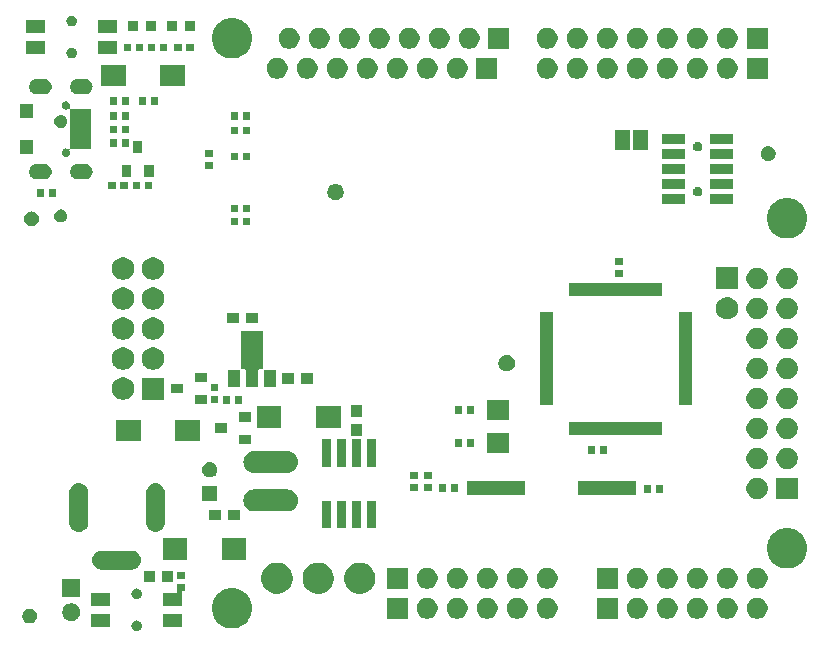
<source format=gbr>
G04 #@! TF.GenerationSoftware,KiCad,Pcbnew,5.1.5+dfsg1-2build2*
G04 #@! TF.CreationDate,2020-11-03T16:42:57+02:00*
G04 #@! TF.ProjectId,OLIMEXINO-STM32F3_RevC,4f4c494d-4558-4494-9e4f-2d53544d3332,rev?*
G04 #@! TF.SameCoordinates,Original*
G04 #@! TF.FileFunction,Soldermask,Top*
G04 #@! TF.FilePolarity,Negative*
%FSLAX46Y46*%
G04 Gerber Fmt 4.6, Leading zero omitted, Abs format (unit mm)*
G04 Created by KiCad (PCBNEW 5.1.5+dfsg1-2build2) date 2020-11-03 16:42:57*
%MOMM*%
%LPD*%
G04 APERTURE LIST*
%ADD10C,0.100000*%
G04 APERTURE END LIST*
D10*
G36*
X71731493Y-97316524D02*
G01*
X71813534Y-97350506D01*
X71887368Y-97399841D01*
X71950159Y-97462632D01*
X71999494Y-97536466D01*
X72033476Y-97618507D01*
X72050800Y-97705600D01*
X72050800Y-97794400D01*
X72033476Y-97881493D01*
X71999494Y-97963534D01*
X71950159Y-98037368D01*
X71887368Y-98100159D01*
X71813534Y-98149494D01*
X71731493Y-98183476D01*
X71644400Y-98200800D01*
X71555600Y-98200800D01*
X71468507Y-98183476D01*
X71386466Y-98149494D01*
X71312632Y-98100159D01*
X71249841Y-98037368D01*
X71200506Y-97963534D01*
X71166524Y-97881493D01*
X71149200Y-97794400D01*
X71149200Y-97705600D01*
X71166524Y-97618507D01*
X71200506Y-97536466D01*
X71249841Y-97462632D01*
X71312632Y-97399841D01*
X71386466Y-97350506D01*
X71468507Y-97316524D01*
X71555600Y-97299200D01*
X71644400Y-97299200D01*
X71731493Y-97316524D01*
G37*
G36*
X80161652Y-94636689D02*
G01*
X80471214Y-94764914D01*
X80521202Y-94798315D01*
X80749814Y-94951068D01*
X80986743Y-95187997D01*
X81037215Y-95263534D01*
X81172897Y-95466597D01*
X81301122Y-95776159D01*
X81366490Y-96104786D01*
X81366490Y-96439856D01*
X81301122Y-96768483D01*
X81172897Y-97078045D01*
X81149615Y-97112889D01*
X80986743Y-97356645D01*
X80749814Y-97593574D01*
X80582154Y-97705600D01*
X80471214Y-97779728D01*
X80161652Y-97907953D01*
X79833025Y-97973321D01*
X79497955Y-97973321D01*
X79169328Y-97907953D01*
X78859766Y-97779728D01*
X78748826Y-97705600D01*
X78581166Y-97593574D01*
X78344237Y-97356645D01*
X78181365Y-97112889D01*
X78158083Y-97078045D01*
X78029858Y-96768483D01*
X77964490Y-96439856D01*
X77964490Y-96104786D01*
X78029858Y-95776159D01*
X78158083Y-95466597D01*
X78293765Y-95263534D01*
X78344237Y-95187997D01*
X78581166Y-94951068D01*
X78809778Y-94798315D01*
X78859766Y-94764914D01*
X79169328Y-94636689D01*
X79497955Y-94571321D01*
X79833025Y-94571321D01*
X80161652Y-94636689D01*
G37*
G36*
X69364800Y-97847800D02*
G01*
X67739200Y-97847800D01*
X67739200Y-96730200D01*
X69364800Y-96730200D01*
X69364800Y-97847800D01*
G37*
G36*
X75460800Y-97847800D02*
G01*
X73835200Y-97847800D01*
X73835200Y-96730200D01*
X75460800Y-96730200D01*
X75460800Y-97847800D01*
G37*
G36*
X62662322Y-96315048D02*
G01*
X62722889Y-96327095D01*
X62779943Y-96350728D01*
X62836997Y-96374360D01*
X62939687Y-96442975D01*
X63027025Y-96530313D01*
X63095640Y-96633003D01*
X63142905Y-96747112D01*
X63167000Y-96868245D01*
X63167000Y-96991755D01*
X63142905Y-97112888D01*
X63095640Y-97226997D01*
X63027025Y-97329687D01*
X62939687Y-97417025D01*
X62836997Y-97485640D01*
X62779943Y-97509272D01*
X62722889Y-97532905D01*
X62704986Y-97536466D01*
X62601755Y-97557000D01*
X62478245Y-97557000D01*
X62375014Y-97536466D01*
X62357111Y-97532905D01*
X62300057Y-97509272D01*
X62243003Y-97485640D01*
X62140313Y-97417025D01*
X62052975Y-97329687D01*
X61984360Y-97226997D01*
X61937095Y-97112888D01*
X61913000Y-96991755D01*
X61913000Y-96868245D01*
X61937095Y-96747112D01*
X61984360Y-96633003D01*
X62052975Y-96530313D01*
X62140313Y-96442975D01*
X62243003Y-96374360D01*
X62300057Y-96350728D01*
X62357111Y-96327095D01*
X62417678Y-96315048D01*
X62478245Y-96303000D01*
X62601755Y-96303000D01*
X62662322Y-96315048D01*
G37*
G36*
X66273679Y-95881352D02*
G01*
X66410319Y-95937950D01*
X66533285Y-96020113D01*
X66637867Y-96124695D01*
X66720030Y-96247661D01*
X66776628Y-96384301D01*
X66805480Y-96529351D01*
X66805480Y-96677249D01*
X66776628Y-96822299D01*
X66720030Y-96958939D01*
X66637867Y-97081905D01*
X66533285Y-97186487D01*
X66410319Y-97268650D01*
X66273679Y-97325248D01*
X66128629Y-97354100D01*
X65980731Y-97354100D01*
X65835681Y-97325248D01*
X65699041Y-97268650D01*
X65576075Y-97186487D01*
X65471493Y-97081905D01*
X65389330Y-96958939D01*
X65332732Y-96822299D01*
X65303880Y-96677249D01*
X65303880Y-96529351D01*
X65332732Y-96384301D01*
X65389330Y-96247661D01*
X65471493Y-96124695D01*
X65576075Y-96020113D01*
X65699041Y-95937950D01*
X65835681Y-95881352D01*
X65980731Y-95852500D01*
X66128629Y-95852500D01*
X66273679Y-95881352D01*
G37*
G36*
X96443589Y-95417292D02*
G01*
X96605415Y-95484323D01*
X96751049Y-95581632D01*
X96874909Y-95705492D01*
X96972218Y-95851126D01*
X97039249Y-96012952D01*
X97073420Y-96184741D01*
X97073420Y-96359901D01*
X97039249Y-96531690D01*
X96972218Y-96693516D01*
X96874909Y-96839150D01*
X96751049Y-96963010D01*
X96605415Y-97060319D01*
X96443589Y-97127350D01*
X96271800Y-97161521D01*
X96096640Y-97161521D01*
X95924851Y-97127350D01*
X95763025Y-97060319D01*
X95617391Y-96963010D01*
X95493531Y-96839150D01*
X95396222Y-96693516D01*
X95329191Y-96531690D01*
X95295020Y-96359901D01*
X95295020Y-96184741D01*
X95329191Y-96012952D01*
X95396222Y-95851126D01*
X95493531Y-95705492D01*
X95617391Y-95581632D01*
X95763025Y-95484323D01*
X95924851Y-95417292D01*
X96096640Y-95383121D01*
X96271800Y-95383121D01*
X96443589Y-95417292D01*
G37*
G36*
X98983589Y-95417292D02*
G01*
X99145415Y-95484323D01*
X99291049Y-95581632D01*
X99414909Y-95705492D01*
X99512218Y-95851126D01*
X99579249Y-96012952D01*
X99613420Y-96184741D01*
X99613420Y-96359901D01*
X99579249Y-96531690D01*
X99512218Y-96693516D01*
X99414909Y-96839150D01*
X99291049Y-96963010D01*
X99145415Y-97060319D01*
X98983589Y-97127350D01*
X98811800Y-97161521D01*
X98636640Y-97161521D01*
X98464851Y-97127350D01*
X98303025Y-97060319D01*
X98157391Y-96963010D01*
X98033531Y-96839150D01*
X97936222Y-96693516D01*
X97869191Y-96531690D01*
X97835020Y-96359901D01*
X97835020Y-96184741D01*
X97869191Y-96012952D01*
X97936222Y-95851126D01*
X98033531Y-95705492D01*
X98157391Y-95581632D01*
X98303025Y-95484323D01*
X98464851Y-95417292D01*
X98636640Y-95383121D01*
X98811800Y-95383121D01*
X98983589Y-95417292D01*
G37*
G36*
X112313420Y-97161521D02*
G01*
X110535020Y-97161521D01*
X110535020Y-95383121D01*
X112313420Y-95383121D01*
X112313420Y-97161521D01*
G37*
G36*
X119303589Y-95417292D02*
G01*
X119465415Y-95484323D01*
X119611049Y-95581632D01*
X119734909Y-95705492D01*
X119832218Y-95851126D01*
X119899249Y-96012952D01*
X119933420Y-96184741D01*
X119933420Y-96359901D01*
X119899249Y-96531690D01*
X119832218Y-96693516D01*
X119734909Y-96839150D01*
X119611049Y-96963010D01*
X119465415Y-97060319D01*
X119303589Y-97127350D01*
X119131800Y-97161521D01*
X118956640Y-97161521D01*
X118784851Y-97127350D01*
X118623025Y-97060319D01*
X118477391Y-96963010D01*
X118353531Y-96839150D01*
X118256222Y-96693516D01*
X118189191Y-96531690D01*
X118155020Y-96359901D01*
X118155020Y-96184741D01*
X118189191Y-96012952D01*
X118256222Y-95851126D01*
X118353531Y-95705492D01*
X118477391Y-95581632D01*
X118623025Y-95484323D01*
X118784851Y-95417292D01*
X118956640Y-95383121D01*
X119131800Y-95383121D01*
X119303589Y-95417292D01*
G37*
G36*
X121843589Y-95417292D02*
G01*
X122005415Y-95484323D01*
X122151049Y-95581632D01*
X122274909Y-95705492D01*
X122372218Y-95851126D01*
X122439249Y-96012952D01*
X122473420Y-96184741D01*
X122473420Y-96359901D01*
X122439249Y-96531690D01*
X122372218Y-96693516D01*
X122274909Y-96839150D01*
X122151049Y-96963010D01*
X122005415Y-97060319D01*
X121843589Y-97127350D01*
X121671800Y-97161521D01*
X121496640Y-97161521D01*
X121324851Y-97127350D01*
X121163025Y-97060319D01*
X121017391Y-96963010D01*
X120893531Y-96839150D01*
X120796222Y-96693516D01*
X120729191Y-96531690D01*
X120695020Y-96359901D01*
X120695020Y-96184741D01*
X120729191Y-96012952D01*
X120796222Y-95851126D01*
X120893531Y-95705492D01*
X121017391Y-95581632D01*
X121163025Y-95484323D01*
X121324851Y-95417292D01*
X121496640Y-95383121D01*
X121671800Y-95383121D01*
X121843589Y-95417292D01*
G37*
G36*
X124383589Y-95417292D02*
G01*
X124545415Y-95484323D01*
X124691049Y-95581632D01*
X124814909Y-95705492D01*
X124912218Y-95851126D01*
X124979249Y-96012952D01*
X125013420Y-96184741D01*
X125013420Y-96359901D01*
X124979249Y-96531690D01*
X124912218Y-96693516D01*
X124814909Y-96839150D01*
X124691049Y-96963010D01*
X124545415Y-97060319D01*
X124383589Y-97127350D01*
X124211800Y-97161521D01*
X124036640Y-97161521D01*
X123864851Y-97127350D01*
X123703025Y-97060319D01*
X123557391Y-96963010D01*
X123433531Y-96839150D01*
X123336222Y-96693516D01*
X123269191Y-96531690D01*
X123235020Y-96359901D01*
X123235020Y-96184741D01*
X123269191Y-96012952D01*
X123336222Y-95851126D01*
X123433531Y-95705492D01*
X123557391Y-95581632D01*
X123703025Y-95484323D01*
X123864851Y-95417292D01*
X124036640Y-95383121D01*
X124211800Y-95383121D01*
X124383589Y-95417292D01*
G37*
G36*
X104063589Y-95417292D02*
G01*
X104225415Y-95484323D01*
X104371049Y-95581632D01*
X104494909Y-95705492D01*
X104592218Y-95851126D01*
X104659249Y-96012952D01*
X104693420Y-96184741D01*
X104693420Y-96359901D01*
X104659249Y-96531690D01*
X104592218Y-96693516D01*
X104494909Y-96839150D01*
X104371049Y-96963010D01*
X104225415Y-97060319D01*
X104063589Y-97127350D01*
X103891800Y-97161521D01*
X103716640Y-97161521D01*
X103544851Y-97127350D01*
X103383025Y-97060319D01*
X103237391Y-96963010D01*
X103113531Y-96839150D01*
X103016222Y-96693516D01*
X102949191Y-96531690D01*
X102915020Y-96359901D01*
X102915020Y-96184741D01*
X102949191Y-96012952D01*
X103016222Y-95851126D01*
X103113531Y-95705492D01*
X103237391Y-95581632D01*
X103383025Y-95484323D01*
X103544851Y-95417292D01*
X103716640Y-95383121D01*
X103891800Y-95383121D01*
X104063589Y-95417292D01*
G37*
G36*
X94533420Y-97161521D02*
G01*
X92755020Y-97161521D01*
X92755020Y-95383121D01*
X94533420Y-95383121D01*
X94533420Y-97161521D01*
G37*
G36*
X116763589Y-95417292D02*
G01*
X116925415Y-95484323D01*
X117071049Y-95581632D01*
X117194909Y-95705492D01*
X117292218Y-95851126D01*
X117359249Y-96012952D01*
X117393420Y-96184741D01*
X117393420Y-96359901D01*
X117359249Y-96531690D01*
X117292218Y-96693516D01*
X117194909Y-96839150D01*
X117071049Y-96963010D01*
X116925415Y-97060319D01*
X116763589Y-97127350D01*
X116591800Y-97161521D01*
X116416640Y-97161521D01*
X116244851Y-97127350D01*
X116083025Y-97060319D01*
X115937391Y-96963010D01*
X115813531Y-96839150D01*
X115716222Y-96693516D01*
X115649191Y-96531690D01*
X115615020Y-96359901D01*
X115615020Y-96184741D01*
X115649191Y-96012952D01*
X115716222Y-95851126D01*
X115813531Y-95705492D01*
X115937391Y-95581632D01*
X116083025Y-95484323D01*
X116244851Y-95417292D01*
X116416640Y-95383121D01*
X116591800Y-95383121D01*
X116763589Y-95417292D01*
G37*
G36*
X106603589Y-95417292D02*
G01*
X106765415Y-95484323D01*
X106911049Y-95581632D01*
X107034909Y-95705492D01*
X107132218Y-95851126D01*
X107199249Y-96012952D01*
X107233420Y-96184741D01*
X107233420Y-96359901D01*
X107199249Y-96531690D01*
X107132218Y-96693516D01*
X107034909Y-96839150D01*
X106911049Y-96963010D01*
X106765415Y-97060319D01*
X106603589Y-97127350D01*
X106431800Y-97161521D01*
X106256640Y-97161521D01*
X106084851Y-97127350D01*
X105923025Y-97060319D01*
X105777391Y-96963010D01*
X105653531Y-96839150D01*
X105556222Y-96693516D01*
X105489191Y-96531690D01*
X105455020Y-96359901D01*
X105455020Y-96184741D01*
X105489191Y-96012952D01*
X105556222Y-95851126D01*
X105653531Y-95705492D01*
X105777391Y-95581632D01*
X105923025Y-95484323D01*
X106084851Y-95417292D01*
X106256640Y-95383121D01*
X106431800Y-95383121D01*
X106603589Y-95417292D01*
G37*
G36*
X114223589Y-95417292D02*
G01*
X114385415Y-95484323D01*
X114531049Y-95581632D01*
X114654909Y-95705492D01*
X114752218Y-95851126D01*
X114819249Y-96012952D01*
X114853420Y-96184741D01*
X114853420Y-96359901D01*
X114819249Y-96531690D01*
X114752218Y-96693516D01*
X114654909Y-96839150D01*
X114531049Y-96963010D01*
X114385415Y-97060319D01*
X114223589Y-97127350D01*
X114051800Y-97161521D01*
X113876640Y-97161521D01*
X113704851Y-97127350D01*
X113543025Y-97060319D01*
X113397391Y-96963010D01*
X113273531Y-96839150D01*
X113176222Y-96693516D01*
X113109191Y-96531690D01*
X113075020Y-96359901D01*
X113075020Y-96184741D01*
X113109191Y-96012952D01*
X113176222Y-95851126D01*
X113273531Y-95705492D01*
X113397391Y-95581632D01*
X113543025Y-95484323D01*
X113704851Y-95417292D01*
X113876640Y-95383121D01*
X114051800Y-95383121D01*
X114223589Y-95417292D01*
G37*
G36*
X101523589Y-95417292D02*
G01*
X101685415Y-95484323D01*
X101831049Y-95581632D01*
X101954909Y-95705492D01*
X102052218Y-95851126D01*
X102119249Y-96012952D01*
X102153420Y-96184741D01*
X102153420Y-96359901D01*
X102119249Y-96531690D01*
X102052218Y-96693516D01*
X101954909Y-96839150D01*
X101831049Y-96963010D01*
X101685415Y-97060319D01*
X101523589Y-97127350D01*
X101351800Y-97161521D01*
X101176640Y-97161521D01*
X101004851Y-97127350D01*
X100843025Y-97060319D01*
X100697391Y-96963010D01*
X100573531Y-96839150D01*
X100476222Y-96693516D01*
X100409191Y-96531690D01*
X100375020Y-96359901D01*
X100375020Y-96184741D01*
X100409191Y-96012952D01*
X100476222Y-95851126D01*
X100573531Y-95705492D01*
X100697391Y-95581632D01*
X100843025Y-95484323D01*
X101004851Y-95417292D01*
X101176640Y-95383121D01*
X101351800Y-95383121D01*
X101523589Y-95417292D01*
G37*
G36*
X69364800Y-96069800D02*
G01*
X67739200Y-96069800D01*
X67739200Y-94952200D01*
X69364800Y-94952200D01*
X69364800Y-96069800D01*
G37*
G36*
X75700300Y-94788800D02*
G01*
X75585799Y-94788800D01*
X75561413Y-94791202D01*
X75537964Y-94798315D01*
X75516353Y-94809866D01*
X75497411Y-94825411D01*
X75481866Y-94844353D01*
X75470315Y-94865964D01*
X75463202Y-94889413D01*
X75460800Y-94913799D01*
X75460800Y-96069800D01*
X73835200Y-96069800D01*
X73835200Y-94952200D01*
X74923701Y-94952200D01*
X74948087Y-94949798D01*
X74971536Y-94942685D01*
X74993147Y-94931134D01*
X75012089Y-94915589D01*
X75027634Y-94896647D01*
X75039185Y-94875036D01*
X75046298Y-94851587D01*
X75048700Y-94827201D01*
X75048700Y-94187200D01*
X75700300Y-94187200D01*
X75700300Y-94788800D01*
G37*
G36*
X71731493Y-94616524D02*
G01*
X71813534Y-94650506D01*
X71887368Y-94699841D01*
X71950159Y-94762632D01*
X71999494Y-94836466D01*
X72033476Y-94918507D01*
X72050800Y-95005600D01*
X72050800Y-95094400D01*
X72033476Y-95181493D01*
X71999494Y-95263534D01*
X71950159Y-95337368D01*
X71887368Y-95400159D01*
X71813534Y-95449494D01*
X71731493Y-95483476D01*
X71644400Y-95500800D01*
X71555600Y-95500800D01*
X71468507Y-95483476D01*
X71386466Y-95449494D01*
X71312632Y-95400159D01*
X71249841Y-95337368D01*
X71200506Y-95263534D01*
X71166524Y-95181493D01*
X71149200Y-95094400D01*
X71149200Y-95005600D01*
X71166524Y-94918507D01*
X71200506Y-94836466D01*
X71249841Y-94762632D01*
X71312632Y-94699841D01*
X71386466Y-94650506D01*
X71468507Y-94616524D01*
X71555600Y-94599200D01*
X71644400Y-94599200D01*
X71731493Y-94616524D01*
G37*
G36*
X66802940Y-95342420D02*
G01*
X65301340Y-95342420D01*
X65301340Y-93840820D01*
X66802940Y-93840820D01*
X66802940Y-95342420D01*
G37*
G36*
X87365263Y-92459957D02*
G01*
X87605634Y-92559522D01*
X87821961Y-92704067D01*
X88005933Y-92888039D01*
X88150478Y-93104366D01*
X88150479Y-93104368D01*
X88250043Y-93344737D01*
X88300800Y-93599911D01*
X88300800Y-93860089D01*
X88250043Y-94115263D01*
X88173875Y-94299150D01*
X88150478Y-94355634D01*
X88005933Y-94571961D01*
X87821961Y-94755933D01*
X87605634Y-94900478D01*
X87605633Y-94900479D01*
X87605632Y-94900479D01*
X87365263Y-95000043D01*
X87110089Y-95050800D01*
X86849911Y-95050800D01*
X86594737Y-95000043D01*
X86354368Y-94900479D01*
X86354367Y-94900479D01*
X86354366Y-94900478D01*
X86138039Y-94755933D01*
X85954067Y-94571961D01*
X85809522Y-94355634D01*
X85786126Y-94299150D01*
X85709957Y-94115263D01*
X85659200Y-93860089D01*
X85659200Y-93599911D01*
X85709957Y-93344737D01*
X85809521Y-93104368D01*
X85809522Y-93104366D01*
X85954067Y-92888039D01*
X86138039Y-92704067D01*
X86354366Y-92559522D01*
X86594737Y-92459957D01*
X86849911Y-92409200D01*
X87110089Y-92409200D01*
X87365263Y-92459957D01*
G37*
G36*
X83865263Y-92459957D02*
G01*
X84105634Y-92559522D01*
X84321961Y-92704067D01*
X84505933Y-92888039D01*
X84650478Y-93104366D01*
X84650479Y-93104368D01*
X84750043Y-93344737D01*
X84800800Y-93599911D01*
X84800800Y-93860089D01*
X84750043Y-94115263D01*
X84673875Y-94299150D01*
X84650478Y-94355634D01*
X84505933Y-94571961D01*
X84321961Y-94755933D01*
X84105634Y-94900478D01*
X84105633Y-94900479D01*
X84105632Y-94900479D01*
X83865263Y-95000043D01*
X83610089Y-95050800D01*
X83349911Y-95050800D01*
X83094737Y-95000043D01*
X82854368Y-94900479D01*
X82854367Y-94900479D01*
X82854366Y-94900478D01*
X82638039Y-94755933D01*
X82454067Y-94571961D01*
X82309522Y-94355634D01*
X82286126Y-94299150D01*
X82209957Y-94115263D01*
X82159200Y-93860089D01*
X82159200Y-93599911D01*
X82209957Y-93344737D01*
X82309521Y-93104368D01*
X82309522Y-93104366D01*
X82454067Y-92888039D01*
X82638039Y-92704067D01*
X82854366Y-92559522D01*
X83094737Y-92459957D01*
X83349911Y-92409200D01*
X83610089Y-92409200D01*
X83865263Y-92459957D01*
G37*
G36*
X90865263Y-92459957D02*
G01*
X91105634Y-92559522D01*
X91321961Y-92704067D01*
X91505933Y-92888039D01*
X91650478Y-93104366D01*
X91650479Y-93104368D01*
X91750043Y-93344737D01*
X91800800Y-93599911D01*
X91800800Y-93860089D01*
X91750043Y-94115263D01*
X91673875Y-94299150D01*
X91650478Y-94355634D01*
X91505933Y-94571961D01*
X91321961Y-94755933D01*
X91105634Y-94900478D01*
X91105633Y-94900479D01*
X91105632Y-94900479D01*
X90865263Y-95000043D01*
X90610089Y-95050800D01*
X90349911Y-95050800D01*
X90094737Y-95000043D01*
X89854368Y-94900479D01*
X89854367Y-94900479D01*
X89854366Y-94900478D01*
X89638039Y-94755933D01*
X89454067Y-94571961D01*
X89309522Y-94355634D01*
X89286126Y-94299150D01*
X89209957Y-94115263D01*
X89159200Y-93860089D01*
X89159200Y-93599911D01*
X89209957Y-93344737D01*
X89309521Y-93104368D01*
X89309522Y-93104366D01*
X89454067Y-92888039D01*
X89638039Y-92704067D01*
X89854366Y-92559522D01*
X90094737Y-92459957D01*
X90349911Y-92409200D01*
X90610089Y-92409200D01*
X90865263Y-92459957D01*
G37*
G36*
X106603589Y-92877292D02*
G01*
X106765415Y-92944323D01*
X106911049Y-93041632D01*
X107034909Y-93165492D01*
X107132218Y-93311126D01*
X107199249Y-93472952D01*
X107233420Y-93644741D01*
X107233420Y-93819901D01*
X107199249Y-93991690D01*
X107132218Y-94153516D01*
X107034909Y-94299150D01*
X106911049Y-94423010D01*
X106765415Y-94520319D01*
X106603589Y-94587350D01*
X106431800Y-94621521D01*
X106256640Y-94621521D01*
X106084851Y-94587350D01*
X105923025Y-94520319D01*
X105777391Y-94423010D01*
X105653531Y-94299150D01*
X105556222Y-94153516D01*
X105489191Y-93991690D01*
X105455020Y-93819901D01*
X105455020Y-93644741D01*
X105489191Y-93472952D01*
X105556222Y-93311126D01*
X105653531Y-93165492D01*
X105777391Y-93041632D01*
X105923025Y-92944323D01*
X106084851Y-92877292D01*
X106256640Y-92843121D01*
X106431800Y-92843121D01*
X106603589Y-92877292D01*
G37*
G36*
X94533420Y-94621521D02*
G01*
X92755020Y-94621521D01*
X92755020Y-92843121D01*
X94533420Y-92843121D01*
X94533420Y-94621521D01*
G37*
G36*
X104063589Y-92877292D02*
G01*
X104225415Y-92944323D01*
X104371049Y-93041632D01*
X104494909Y-93165492D01*
X104592218Y-93311126D01*
X104659249Y-93472952D01*
X104693420Y-93644741D01*
X104693420Y-93819901D01*
X104659249Y-93991690D01*
X104592218Y-94153516D01*
X104494909Y-94299150D01*
X104371049Y-94423010D01*
X104225415Y-94520319D01*
X104063589Y-94587350D01*
X103891800Y-94621521D01*
X103716640Y-94621521D01*
X103544851Y-94587350D01*
X103383025Y-94520319D01*
X103237391Y-94423010D01*
X103113531Y-94299150D01*
X103016222Y-94153516D01*
X102949191Y-93991690D01*
X102915020Y-93819901D01*
X102915020Y-93644741D01*
X102949191Y-93472952D01*
X103016222Y-93311126D01*
X103113531Y-93165492D01*
X103237391Y-93041632D01*
X103383025Y-92944323D01*
X103544851Y-92877292D01*
X103716640Y-92843121D01*
X103891800Y-92843121D01*
X104063589Y-92877292D01*
G37*
G36*
X101523589Y-92877292D02*
G01*
X101685415Y-92944323D01*
X101831049Y-93041632D01*
X101954909Y-93165492D01*
X102052218Y-93311126D01*
X102119249Y-93472952D01*
X102153420Y-93644741D01*
X102153420Y-93819901D01*
X102119249Y-93991690D01*
X102052218Y-94153516D01*
X101954909Y-94299150D01*
X101831049Y-94423010D01*
X101685415Y-94520319D01*
X101523589Y-94587350D01*
X101351800Y-94621521D01*
X101176640Y-94621521D01*
X101004851Y-94587350D01*
X100843025Y-94520319D01*
X100697391Y-94423010D01*
X100573531Y-94299150D01*
X100476222Y-94153516D01*
X100409191Y-93991690D01*
X100375020Y-93819901D01*
X100375020Y-93644741D01*
X100409191Y-93472952D01*
X100476222Y-93311126D01*
X100573531Y-93165492D01*
X100697391Y-93041632D01*
X100843025Y-92944323D01*
X101004851Y-92877292D01*
X101176640Y-92843121D01*
X101351800Y-92843121D01*
X101523589Y-92877292D01*
G37*
G36*
X98983589Y-92877292D02*
G01*
X99145415Y-92944323D01*
X99291049Y-93041632D01*
X99414909Y-93165492D01*
X99512218Y-93311126D01*
X99579249Y-93472952D01*
X99613420Y-93644741D01*
X99613420Y-93819901D01*
X99579249Y-93991690D01*
X99512218Y-94153516D01*
X99414909Y-94299150D01*
X99291049Y-94423010D01*
X99145415Y-94520319D01*
X98983589Y-94587350D01*
X98811800Y-94621521D01*
X98636640Y-94621521D01*
X98464851Y-94587350D01*
X98303025Y-94520319D01*
X98157391Y-94423010D01*
X98033531Y-94299150D01*
X97936222Y-94153516D01*
X97869191Y-93991690D01*
X97835020Y-93819901D01*
X97835020Y-93644741D01*
X97869191Y-93472952D01*
X97936222Y-93311126D01*
X98033531Y-93165492D01*
X98157391Y-93041632D01*
X98303025Y-92944323D01*
X98464851Y-92877292D01*
X98636640Y-92843121D01*
X98811800Y-92843121D01*
X98983589Y-92877292D01*
G37*
G36*
X96443589Y-92877292D02*
G01*
X96605415Y-92944323D01*
X96751049Y-93041632D01*
X96874909Y-93165492D01*
X96972218Y-93311126D01*
X97039249Y-93472952D01*
X97073420Y-93644741D01*
X97073420Y-93819901D01*
X97039249Y-93991690D01*
X96972218Y-94153516D01*
X96874909Y-94299150D01*
X96751049Y-94423010D01*
X96605415Y-94520319D01*
X96443589Y-94587350D01*
X96271800Y-94621521D01*
X96096640Y-94621521D01*
X95924851Y-94587350D01*
X95763025Y-94520319D01*
X95617391Y-94423010D01*
X95493531Y-94299150D01*
X95396222Y-94153516D01*
X95329191Y-93991690D01*
X95295020Y-93819901D01*
X95295020Y-93644741D01*
X95329191Y-93472952D01*
X95396222Y-93311126D01*
X95493531Y-93165492D01*
X95617391Y-93041632D01*
X95763025Y-92944323D01*
X95924851Y-92877292D01*
X96096640Y-92843121D01*
X96271800Y-92843121D01*
X96443589Y-92877292D01*
G37*
G36*
X121843589Y-92877292D02*
G01*
X122005415Y-92944323D01*
X122151049Y-93041632D01*
X122274909Y-93165492D01*
X122372218Y-93311126D01*
X122439249Y-93472952D01*
X122473420Y-93644741D01*
X122473420Y-93819901D01*
X122439249Y-93991690D01*
X122372218Y-94153516D01*
X122274909Y-94299150D01*
X122151049Y-94423010D01*
X122005415Y-94520319D01*
X121843589Y-94587350D01*
X121671800Y-94621521D01*
X121496640Y-94621521D01*
X121324851Y-94587350D01*
X121163025Y-94520319D01*
X121017391Y-94423010D01*
X120893531Y-94299150D01*
X120796222Y-94153516D01*
X120729191Y-93991690D01*
X120695020Y-93819901D01*
X120695020Y-93644741D01*
X120729191Y-93472952D01*
X120796222Y-93311126D01*
X120893531Y-93165492D01*
X121017391Y-93041632D01*
X121163025Y-92944323D01*
X121324851Y-92877292D01*
X121496640Y-92843121D01*
X121671800Y-92843121D01*
X121843589Y-92877292D01*
G37*
G36*
X124383589Y-92877292D02*
G01*
X124545415Y-92944323D01*
X124691049Y-93041632D01*
X124814909Y-93165492D01*
X124912218Y-93311126D01*
X124979249Y-93472952D01*
X125013420Y-93644741D01*
X125013420Y-93819901D01*
X124979249Y-93991690D01*
X124912218Y-94153516D01*
X124814909Y-94299150D01*
X124691049Y-94423010D01*
X124545415Y-94520319D01*
X124383589Y-94587350D01*
X124211800Y-94621521D01*
X124036640Y-94621521D01*
X123864851Y-94587350D01*
X123703025Y-94520319D01*
X123557391Y-94423010D01*
X123433531Y-94299150D01*
X123336222Y-94153516D01*
X123269191Y-93991690D01*
X123235020Y-93819901D01*
X123235020Y-93644741D01*
X123269191Y-93472952D01*
X123336222Y-93311126D01*
X123433531Y-93165492D01*
X123557391Y-93041632D01*
X123703025Y-92944323D01*
X123864851Y-92877292D01*
X124036640Y-92843121D01*
X124211800Y-92843121D01*
X124383589Y-92877292D01*
G37*
G36*
X114223589Y-92877292D02*
G01*
X114385415Y-92944323D01*
X114531049Y-93041632D01*
X114654909Y-93165492D01*
X114752218Y-93311126D01*
X114819249Y-93472952D01*
X114853420Y-93644741D01*
X114853420Y-93819901D01*
X114819249Y-93991690D01*
X114752218Y-94153516D01*
X114654909Y-94299150D01*
X114531049Y-94423010D01*
X114385415Y-94520319D01*
X114223589Y-94587350D01*
X114051800Y-94621521D01*
X113876640Y-94621521D01*
X113704851Y-94587350D01*
X113543025Y-94520319D01*
X113397391Y-94423010D01*
X113273531Y-94299150D01*
X113176222Y-94153516D01*
X113109191Y-93991690D01*
X113075020Y-93819901D01*
X113075020Y-93644741D01*
X113109191Y-93472952D01*
X113176222Y-93311126D01*
X113273531Y-93165492D01*
X113397391Y-93041632D01*
X113543025Y-92944323D01*
X113704851Y-92877292D01*
X113876640Y-92843121D01*
X114051800Y-92843121D01*
X114223589Y-92877292D01*
G37*
G36*
X116763589Y-92877292D02*
G01*
X116925415Y-92944323D01*
X117071049Y-93041632D01*
X117194909Y-93165492D01*
X117292218Y-93311126D01*
X117359249Y-93472952D01*
X117393420Y-93644741D01*
X117393420Y-93819901D01*
X117359249Y-93991690D01*
X117292218Y-94153516D01*
X117194909Y-94299150D01*
X117071049Y-94423010D01*
X116925415Y-94520319D01*
X116763589Y-94587350D01*
X116591800Y-94621521D01*
X116416640Y-94621521D01*
X116244851Y-94587350D01*
X116083025Y-94520319D01*
X115937391Y-94423010D01*
X115813531Y-94299150D01*
X115716222Y-94153516D01*
X115649191Y-93991690D01*
X115615020Y-93819901D01*
X115615020Y-93644741D01*
X115649191Y-93472952D01*
X115716222Y-93311126D01*
X115813531Y-93165492D01*
X115937391Y-93041632D01*
X116083025Y-92944323D01*
X116244851Y-92877292D01*
X116416640Y-92843121D01*
X116591800Y-92843121D01*
X116763589Y-92877292D01*
G37*
G36*
X112313420Y-94621521D02*
G01*
X110535020Y-94621521D01*
X110535020Y-92843121D01*
X112313420Y-92843121D01*
X112313420Y-94621521D01*
G37*
G36*
X119303589Y-92877292D02*
G01*
X119465415Y-92944323D01*
X119611049Y-93041632D01*
X119734909Y-93165492D01*
X119832218Y-93311126D01*
X119899249Y-93472952D01*
X119933420Y-93644741D01*
X119933420Y-93819901D01*
X119899249Y-93991690D01*
X119832218Y-94153516D01*
X119734909Y-94299150D01*
X119611049Y-94423010D01*
X119465415Y-94520319D01*
X119303589Y-94587350D01*
X119131800Y-94621521D01*
X118956640Y-94621521D01*
X118784851Y-94587350D01*
X118623025Y-94520319D01*
X118477391Y-94423010D01*
X118353531Y-94299150D01*
X118256222Y-94153516D01*
X118189191Y-93991690D01*
X118155020Y-93819901D01*
X118155020Y-93644741D01*
X118189191Y-93472952D01*
X118256222Y-93311126D01*
X118353531Y-93165492D01*
X118477391Y-93041632D01*
X118623025Y-92944323D01*
X118784851Y-92877292D01*
X118956640Y-92843121D01*
X119131800Y-92843121D01*
X119303589Y-92877292D01*
G37*
G36*
X74682300Y-94049800D02*
G01*
X73780700Y-94049800D01*
X73780700Y-93148200D01*
X74682300Y-93148200D01*
X74682300Y-94049800D01*
G37*
G36*
X73158300Y-94049800D02*
G01*
X72256700Y-94049800D01*
X72256700Y-93148200D01*
X73158300Y-93148200D01*
X73158300Y-94049800D01*
G37*
G36*
X75700300Y-93772800D02*
G01*
X75048700Y-93772800D01*
X75048700Y-93171200D01*
X75700300Y-93171200D01*
X75700300Y-93772800D01*
G37*
G36*
X71243770Y-91400030D02*
G01*
X71302964Y-91405860D01*
X71454858Y-91451937D01*
X71454861Y-91451938D01*
X71594843Y-91526760D01*
X71717543Y-91627457D01*
X71818240Y-91750157D01*
X71893062Y-91890139D01*
X71893063Y-91890142D01*
X71939140Y-92042036D01*
X71954698Y-92200000D01*
X71939140Y-92357964D01*
X71908200Y-92459957D01*
X71893062Y-92509861D01*
X71818240Y-92649843D01*
X71717543Y-92772543D01*
X71594843Y-92873240D01*
X71454861Y-92948062D01*
X71454858Y-92948063D01*
X71302964Y-92994140D01*
X71243770Y-92999970D01*
X71184579Y-93005800D01*
X68615421Y-93005800D01*
X68556230Y-92999970D01*
X68497036Y-92994140D01*
X68345142Y-92948063D01*
X68345139Y-92948062D01*
X68205157Y-92873240D01*
X68082457Y-92772543D01*
X67981760Y-92649843D01*
X67906938Y-92509861D01*
X67891800Y-92459957D01*
X67860860Y-92357964D01*
X67845302Y-92200000D01*
X67860860Y-92042036D01*
X67906937Y-91890142D01*
X67906938Y-91890139D01*
X67981760Y-91750157D01*
X68082457Y-91627457D01*
X68205157Y-91526760D01*
X68345139Y-91451938D01*
X68345142Y-91451937D01*
X68497036Y-91405860D01*
X68556230Y-91400030D01*
X68615421Y-91394200D01*
X71184579Y-91394200D01*
X71243770Y-91400030D01*
G37*
G36*
X127160382Y-89556689D02*
G01*
X127469944Y-89684914D01*
X127469945Y-89684915D01*
X127748544Y-89871068D01*
X127985473Y-90107997D01*
X128109857Y-90294151D01*
X128171627Y-90386597D01*
X128299852Y-90696159D01*
X128365220Y-91024786D01*
X128365220Y-91359856D01*
X128299852Y-91688483D01*
X128171627Y-91998045D01*
X128171626Y-91998046D01*
X127985473Y-92276645D01*
X127748544Y-92513574D01*
X127562390Y-92637958D01*
X127469944Y-92699728D01*
X127160382Y-92827953D01*
X126831755Y-92893321D01*
X126496685Y-92893321D01*
X126168058Y-92827953D01*
X125858496Y-92699728D01*
X125766050Y-92637958D01*
X125579896Y-92513574D01*
X125342967Y-92276645D01*
X125156814Y-91998046D01*
X125156813Y-91998045D01*
X125028588Y-91688483D01*
X124963220Y-91359856D01*
X124963220Y-91024786D01*
X125028588Y-90696159D01*
X125156813Y-90386597D01*
X125218583Y-90294151D01*
X125342967Y-90107997D01*
X125579896Y-89871068D01*
X125858495Y-89684915D01*
X125858496Y-89684914D01*
X126168058Y-89556689D01*
X126496685Y-89491321D01*
X126831755Y-89491321D01*
X127160382Y-89556689D01*
G37*
G36*
X75890800Y-92170800D02*
G01*
X73789200Y-92170800D01*
X73789200Y-90369200D01*
X75890800Y-90369200D01*
X75890800Y-92170800D01*
G37*
G36*
X80890800Y-92170800D02*
G01*
X78789200Y-92170800D01*
X78789200Y-90369200D01*
X80890800Y-90369200D01*
X80890800Y-92170800D01*
G37*
G36*
X73357963Y-85710860D02*
G01*
X73509857Y-85756937D01*
X73509860Y-85756938D01*
X73649842Y-85831760D01*
X73649844Y-85831761D01*
X73649843Y-85831761D01*
X73772543Y-85932457D01*
X73855183Y-86033154D01*
X73873240Y-86055157D01*
X73948062Y-86195139D01*
X73948062Y-86195140D01*
X73948063Y-86195142D01*
X73994140Y-86347036D01*
X74005800Y-86465423D01*
X74005800Y-89034577D01*
X73994140Y-89152964D01*
X73948063Y-89304858D01*
X73948062Y-89304861D01*
X73873240Y-89444843D01*
X73772543Y-89567543D01*
X73649843Y-89668240D01*
X73509861Y-89743062D01*
X73509858Y-89743063D01*
X73357964Y-89789140D01*
X73200000Y-89804698D01*
X73042037Y-89789140D01*
X72890143Y-89743063D01*
X72890140Y-89743062D01*
X72750158Y-89668240D01*
X72627458Y-89567543D01*
X72526761Y-89444843D01*
X72451939Y-89304861D01*
X72451938Y-89304858D01*
X72405861Y-89152964D01*
X72394201Y-89034577D01*
X72394200Y-86465424D01*
X72405860Y-86347037D01*
X72451937Y-86195143D01*
X72451938Y-86195140D01*
X72526760Y-86055158D01*
X72542072Y-86036500D01*
X72627457Y-85932457D01*
X72750156Y-85831761D01*
X72750155Y-85831761D01*
X72750157Y-85831760D01*
X72890139Y-85756938D01*
X72890142Y-85756937D01*
X73042036Y-85710860D01*
X73200000Y-85695302D01*
X73357963Y-85710860D01*
G37*
G36*
X66857963Y-85710860D02*
G01*
X67009857Y-85756937D01*
X67009860Y-85756938D01*
X67149842Y-85831760D01*
X67149844Y-85831761D01*
X67149843Y-85831761D01*
X67272543Y-85932457D01*
X67355183Y-86033154D01*
X67373240Y-86055157D01*
X67448062Y-86195139D01*
X67448062Y-86195140D01*
X67448063Y-86195142D01*
X67494140Y-86347036D01*
X67505800Y-86465423D01*
X67505800Y-89034577D01*
X67494140Y-89152964D01*
X67448063Y-89304858D01*
X67448062Y-89304861D01*
X67373240Y-89444843D01*
X67272543Y-89567543D01*
X67149843Y-89668240D01*
X67009861Y-89743062D01*
X67009858Y-89743063D01*
X66857964Y-89789140D01*
X66700000Y-89804698D01*
X66542037Y-89789140D01*
X66390143Y-89743063D01*
X66390140Y-89743062D01*
X66250158Y-89668240D01*
X66127458Y-89567543D01*
X66026761Y-89444843D01*
X65951939Y-89304861D01*
X65951938Y-89304858D01*
X65905861Y-89152964D01*
X65894201Y-89034577D01*
X65894200Y-86465424D01*
X65905860Y-86347037D01*
X65951937Y-86195143D01*
X65951938Y-86195140D01*
X66026760Y-86055158D01*
X66042072Y-86036500D01*
X66127457Y-85932457D01*
X66250156Y-85831761D01*
X66250155Y-85831761D01*
X66250157Y-85831760D01*
X66390139Y-85756938D01*
X66390142Y-85756937D01*
X66542036Y-85710860D01*
X66700000Y-85695302D01*
X66857963Y-85710860D01*
G37*
G36*
X90575800Y-89480800D02*
G01*
X89874200Y-89480800D01*
X89874200Y-87179200D01*
X90575800Y-87179200D01*
X90575800Y-89480800D01*
G37*
G36*
X91845800Y-89480800D02*
G01*
X91144200Y-89480800D01*
X91144200Y-87179200D01*
X91845800Y-87179200D01*
X91845800Y-89480800D01*
G37*
G36*
X89305800Y-89480800D02*
G01*
X88604200Y-89480800D01*
X88604200Y-87179200D01*
X89305800Y-87179200D01*
X89305800Y-89480800D01*
G37*
G36*
X88035800Y-89480800D02*
G01*
X87334200Y-89480800D01*
X87334200Y-87179200D01*
X88035800Y-87179200D01*
X88035800Y-89480800D01*
G37*
G36*
X78760800Y-88840800D02*
G01*
X77759200Y-88840800D01*
X77759200Y-87939200D01*
X78760800Y-87939200D01*
X78760800Y-88840800D01*
G37*
G36*
X80360800Y-88840800D02*
G01*
X79359200Y-88840800D01*
X79359200Y-87939200D01*
X80360800Y-87939200D01*
X80360800Y-88840800D01*
G37*
G36*
X84496529Y-86232398D02*
G01*
X84671079Y-86285348D01*
X84831947Y-86371333D01*
X84972949Y-86487051D01*
X85088667Y-86628053D01*
X85174652Y-86788921D01*
X85227602Y-86963471D01*
X85245480Y-87145000D01*
X85227602Y-87326529D01*
X85174652Y-87501079D01*
X85088667Y-87661947D01*
X84972949Y-87802949D01*
X84831947Y-87918667D01*
X84671079Y-88004652D01*
X84496529Y-88057602D01*
X84360490Y-88071000D01*
X81519510Y-88071000D01*
X81383471Y-88057602D01*
X81208921Y-88004652D01*
X81048053Y-87918667D01*
X80907051Y-87802949D01*
X80791333Y-87661947D01*
X80705348Y-87501079D01*
X80652398Y-87326529D01*
X80634520Y-87145000D01*
X80652398Y-86963471D01*
X80705348Y-86788921D01*
X80791333Y-86628053D01*
X80907051Y-86487051D01*
X81048053Y-86371333D01*
X81208921Y-86285348D01*
X81383471Y-86232398D01*
X81519510Y-86219000D01*
X84360490Y-86219000D01*
X84496529Y-86232398D01*
G37*
G36*
X78430800Y-87190800D02*
G01*
X77129200Y-87190800D01*
X77129200Y-85889200D01*
X78430800Y-85889200D01*
X78430800Y-87190800D01*
G37*
G36*
X127571000Y-87031000D02*
G01*
X125769000Y-87031000D01*
X125769000Y-85229000D01*
X127571000Y-85229000D01*
X127571000Y-87031000D01*
G37*
G36*
X124243512Y-85233927D02*
G01*
X124392812Y-85263624D01*
X124556784Y-85331544D01*
X124704354Y-85430147D01*
X124829853Y-85555646D01*
X124928456Y-85703216D01*
X124996376Y-85867188D01*
X125026073Y-86016488D01*
X125031000Y-86041258D01*
X125031000Y-86218742D01*
X125028284Y-86232398D01*
X124996376Y-86392812D01*
X124928456Y-86556784D01*
X124829853Y-86704354D01*
X124704354Y-86829853D01*
X124556784Y-86928456D01*
X124392812Y-86996376D01*
X124243512Y-87026073D01*
X124218742Y-87031000D01*
X124041258Y-87031000D01*
X124016488Y-87026073D01*
X123867188Y-86996376D01*
X123703216Y-86928456D01*
X123555646Y-86829853D01*
X123430147Y-86704354D01*
X123331544Y-86556784D01*
X123263624Y-86392812D01*
X123231716Y-86232398D01*
X123229000Y-86218742D01*
X123229000Y-86041258D01*
X123233927Y-86016488D01*
X123263624Y-85867188D01*
X123331544Y-85703216D01*
X123430147Y-85555646D01*
X123555646Y-85430147D01*
X123703216Y-85331544D01*
X123867188Y-85263624D01*
X124016488Y-85233927D01*
X124041258Y-85229000D01*
X124218742Y-85229000D01*
X124243512Y-85233927D01*
G37*
G36*
X113882800Y-86720800D02*
G01*
X108955200Y-86720800D01*
X108955200Y-85519200D01*
X113882800Y-85519200D01*
X113882800Y-86720800D01*
G37*
G36*
X104484800Y-86720800D02*
G01*
X99557200Y-86720800D01*
X99557200Y-85519200D01*
X104484800Y-85519200D01*
X104484800Y-86720800D01*
G37*
G36*
X115132800Y-86475800D02*
G01*
X114531200Y-86475800D01*
X114531200Y-85824200D01*
X115132800Y-85824200D01*
X115132800Y-86475800D01*
G37*
G36*
X116148800Y-86475800D02*
G01*
X115547200Y-86475800D01*
X115547200Y-85824200D01*
X116148800Y-85824200D01*
X116148800Y-86475800D01*
G37*
G36*
X98788800Y-86425800D02*
G01*
X98187200Y-86425800D01*
X98187200Y-85774200D01*
X98788800Y-85774200D01*
X98788800Y-86425800D01*
G37*
G36*
X97772800Y-86425800D02*
G01*
X97171200Y-86425800D01*
X97171200Y-85774200D01*
X97772800Y-85774200D01*
X97772800Y-86425800D01*
G37*
G36*
X95435800Y-86368800D02*
G01*
X94784200Y-86368800D01*
X94784200Y-85767200D01*
X95435800Y-85767200D01*
X95435800Y-86368800D01*
G37*
G36*
X96565800Y-86368800D02*
G01*
X95914200Y-86368800D01*
X95914200Y-85767200D01*
X96565800Y-85767200D01*
X96565800Y-86368800D01*
G37*
G36*
X96565800Y-85352800D02*
G01*
X95914200Y-85352800D01*
X95914200Y-84751200D01*
X96565800Y-84751200D01*
X96565800Y-85352800D01*
G37*
G36*
X95435800Y-85352800D02*
G01*
X94784200Y-85352800D01*
X94784200Y-84751200D01*
X95435800Y-84751200D01*
X95435800Y-85352800D01*
G37*
G36*
X77969830Y-83914209D02*
G01*
X78088271Y-83963269D01*
X78194858Y-84034488D01*
X78285512Y-84125142D01*
X78356731Y-84231729D01*
X78405791Y-84350170D01*
X78430800Y-84475900D01*
X78430800Y-84604100D01*
X78405791Y-84729830D01*
X78356731Y-84848271D01*
X78285512Y-84954858D01*
X78194858Y-85045512D01*
X78088271Y-85116731D01*
X77969830Y-85165791D01*
X77844100Y-85190800D01*
X77715900Y-85190800D01*
X77590170Y-85165791D01*
X77471729Y-85116731D01*
X77365142Y-85045512D01*
X77274488Y-84954858D01*
X77203269Y-84848271D01*
X77154209Y-84729830D01*
X77129200Y-84604100D01*
X77129200Y-84475900D01*
X77154209Y-84350170D01*
X77203269Y-84231729D01*
X77274488Y-84125142D01*
X77365142Y-84034488D01*
X77471729Y-83963269D01*
X77590170Y-83914209D01*
X77715900Y-83889200D01*
X77844100Y-83889200D01*
X77969830Y-83914209D01*
G37*
G36*
X84496529Y-82982398D02*
G01*
X84671079Y-83035348D01*
X84831947Y-83121333D01*
X84972949Y-83237051D01*
X85088667Y-83378053D01*
X85174652Y-83538921D01*
X85227602Y-83713471D01*
X85245480Y-83895000D01*
X85227602Y-84076529D01*
X85174652Y-84251079D01*
X85088667Y-84411947D01*
X84972949Y-84552949D01*
X84831947Y-84668667D01*
X84671079Y-84754652D01*
X84496529Y-84807602D01*
X84360490Y-84821000D01*
X81519510Y-84821000D01*
X81383471Y-84807602D01*
X81208921Y-84754652D01*
X81048053Y-84668667D01*
X80907051Y-84552949D01*
X80791333Y-84411947D01*
X80705348Y-84251079D01*
X80652398Y-84076529D01*
X80634520Y-83895000D01*
X80652398Y-83713471D01*
X80705348Y-83538921D01*
X80791333Y-83378053D01*
X80907051Y-83237051D01*
X81048053Y-83121333D01*
X81208921Y-83035348D01*
X81383471Y-82982398D01*
X81519510Y-82969000D01*
X84360490Y-82969000D01*
X84496529Y-82982398D01*
G37*
G36*
X126783512Y-82693927D02*
G01*
X126932812Y-82723624D01*
X127096784Y-82791544D01*
X127244354Y-82890147D01*
X127369853Y-83015646D01*
X127468456Y-83163216D01*
X127536376Y-83327188D01*
X127571000Y-83501259D01*
X127571000Y-83678741D01*
X127536376Y-83852812D01*
X127468456Y-84016784D01*
X127369853Y-84164354D01*
X127244354Y-84289853D01*
X127096784Y-84388456D01*
X126932812Y-84456376D01*
X126783512Y-84486073D01*
X126758742Y-84491000D01*
X126581258Y-84491000D01*
X126556488Y-84486073D01*
X126407188Y-84456376D01*
X126243216Y-84388456D01*
X126095646Y-84289853D01*
X125970147Y-84164354D01*
X125871544Y-84016784D01*
X125803624Y-83852812D01*
X125769000Y-83678741D01*
X125769000Y-83501259D01*
X125803624Y-83327188D01*
X125871544Y-83163216D01*
X125970147Y-83015646D01*
X126095646Y-82890147D01*
X126243216Y-82791544D01*
X126407188Y-82723624D01*
X126556488Y-82693927D01*
X126581258Y-82689000D01*
X126758742Y-82689000D01*
X126783512Y-82693927D01*
G37*
G36*
X124243512Y-82693927D02*
G01*
X124392812Y-82723624D01*
X124556784Y-82791544D01*
X124704354Y-82890147D01*
X124829853Y-83015646D01*
X124928456Y-83163216D01*
X124996376Y-83327188D01*
X125031000Y-83501259D01*
X125031000Y-83678741D01*
X124996376Y-83852812D01*
X124928456Y-84016784D01*
X124829853Y-84164354D01*
X124704354Y-84289853D01*
X124556784Y-84388456D01*
X124392812Y-84456376D01*
X124243512Y-84486073D01*
X124218742Y-84491000D01*
X124041258Y-84491000D01*
X124016488Y-84486073D01*
X123867188Y-84456376D01*
X123703216Y-84388456D01*
X123555646Y-84289853D01*
X123430147Y-84164354D01*
X123331544Y-84016784D01*
X123263624Y-83852812D01*
X123229000Y-83678741D01*
X123229000Y-83501259D01*
X123263624Y-83327188D01*
X123331544Y-83163216D01*
X123430147Y-83015646D01*
X123555646Y-82890147D01*
X123703216Y-82791544D01*
X123867188Y-82723624D01*
X124016488Y-82693927D01*
X124041258Y-82689000D01*
X124218742Y-82689000D01*
X124243512Y-82693927D01*
G37*
G36*
X88035800Y-84280800D02*
G01*
X87334200Y-84280800D01*
X87334200Y-81979200D01*
X88035800Y-81979200D01*
X88035800Y-84280800D01*
G37*
G36*
X89305800Y-84280800D02*
G01*
X88604200Y-84280800D01*
X88604200Y-81979200D01*
X89305800Y-81979200D01*
X89305800Y-84280800D01*
G37*
G36*
X90575800Y-84280800D02*
G01*
X89874200Y-84280800D01*
X89874200Y-81979200D01*
X90575800Y-81979200D01*
X90575800Y-84280800D01*
G37*
G36*
X91845800Y-84280800D02*
G01*
X91144200Y-84280800D01*
X91144200Y-81979200D01*
X91845800Y-81979200D01*
X91845800Y-84280800D01*
G37*
G36*
X110412800Y-83195800D02*
G01*
X109811200Y-83195800D01*
X109811200Y-82544200D01*
X110412800Y-82544200D01*
X110412800Y-83195800D01*
G37*
G36*
X111428800Y-83195800D02*
G01*
X110827200Y-83195800D01*
X110827200Y-82544200D01*
X111428800Y-82544200D01*
X111428800Y-83195800D01*
G37*
G36*
X103159800Y-83099800D02*
G01*
X101280200Y-83099800D01*
X101280200Y-81474200D01*
X103159800Y-81474200D01*
X103159800Y-83099800D01*
G37*
G36*
X99142800Y-82635800D02*
G01*
X98541200Y-82635800D01*
X98541200Y-81984200D01*
X99142800Y-81984200D01*
X99142800Y-82635800D01*
G37*
G36*
X100158800Y-82635800D02*
G01*
X99557200Y-82635800D01*
X99557200Y-81984200D01*
X100158800Y-81984200D01*
X100158800Y-82635800D01*
G37*
G36*
X81250800Y-82380800D02*
G01*
X80249200Y-82380800D01*
X80249200Y-81579200D01*
X81250800Y-81579200D01*
X81250800Y-82380800D01*
G37*
G36*
X71940800Y-82140800D02*
G01*
X69839200Y-82140800D01*
X69839200Y-80339200D01*
X71940800Y-80339200D01*
X71940800Y-82140800D01*
G37*
G36*
X76940800Y-82140800D02*
G01*
X74839200Y-82140800D01*
X74839200Y-80339200D01*
X76940800Y-80339200D01*
X76940800Y-82140800D01*
G37*
G36*
X126783512Y-80153927D02*
G01*
X126932812Y-80183624D01*
X127096784Y-80251544D01*
X127244354Y-80350147D01*
X127369853Y-80475646D01*
X127468456Y-80623216D01*
X127536376Y-80787188D01*
X127571000Y-80961259D01*
X127571000Y-81138741D01*
X127536376Y-81312812D01*
X127468456Y-81476784D01*
X127369853Y-81624354D01*
X127244354Y-81749853D01*
X127096784Y-81848456D01*
X126932812Y-81916376D01*
X126783512Y-81946073D01*
X126758742Y-81951000D01*
X126581258Y-81951000D01*
X126556488Y-81946073D01*
X126407188Y-81916376D01*
X126243216Y-81848456D01*
X126095646Y-81749853D01*
X125970147Y-81624354D01*
X125871544Y-81476784D01*
X125803624Y-81312812D01*
X125769000Y-81138741D01*
X125769000Y-80961259D01*
X125803624Y-80787188D01*
X125871544Y-80623216D01*
X125970147Y-80475646D01*
X126095646Y-80350147D01*
X126243216Y-80251544D01*
X126407188Y-80183624D01*
X126556488Y-80153927D01*
X126581258Y-80149000D01*
X126758742Y-80149000D01*
X126783512Y-80153927D01*
G37*
G36*
X124243512Y-80153927D02*
G01*
X124392812Y-80183624D01*
X124556784Y-80251544D01*
X124704354Y-80350147D01*
X124829853Y-80475646D01*
X124928456Y-80623216D01*
X124996376Y-80787188D01*
X125031000Y-80961259D01*
X125031000Y-81138741D01*
X124996376Y-81312812D01*
X124928456Y-81476784D01*
X124829853Y-81624354D01*
X124704354Y-81749853D01*
X124556784Y-81848456D01*
X124392812Y-81916376D01*
X124243512Y-81946073D01*
X124218742Y-81951000D01*
X124041258Y-81951000D01*
X124016488Y-81946073D01*
X123867188Y-81916376D01*
X123703216Y-81848456D01*
X123555646Y-81749853D01*
X123430147Y-81624354D01*
X123331544Y-81476784D01*
X123263624Y-81312812D01*
X123229000Y-81138741D01*
X123229000Y-80961259D01*
X123263624Y-80787188D01*
X123331544Y-80623216D01*
X123430147Y-80475646D01*
X123555646Y-80350147D01*
X123703216Y-80251544D01*
X123867188Y-80183624D01*
X124016488Y-80153927D01*
X124041258Y-80149000D01*
X124218742Y-80149000D01*
X124243512Y-80153927D01*
G37*
G36*
X90650800Y-81670800D02*
G01*
X89749200Y-81670800D01*
X89749200Y-80669200D01*
X90650800Y-80669200D01*
X90650800Y-81670800D01*
G37*
G36*
X116085800Y-81610800D02*
G01*
X108234200Y-81610800D01*
X108234200Y-80509200D01*
X116085800Y-80509200D01*
X116085800Y-81610800D01*
G37*
G36*
X79250800Y-81430800D02*
G01*
X78249200Y-81430800D01*
X78249200Y-80629200D01*
X79250800Y-80629200D01*
X79250800Y-81430800D01*
G37*
G36*
X88860800Y-80990800D02*
G01*
X86759200Y-80990800D01*
X86759200Y-79189200D01*
X88860800Y-79189200D01*
X88860800Y-80990800D01*
G37*
G36*
X83860800Y-80990800D02*
G01*
X81759200Y-80990800D01*
X81759200Y-79189200D01*
X83860800Y-79189200D01*
X83860800Y-80990800D01*
G37*
G36*
X81250800Y-80480800D02*
G01*
X80249200Y-80480800D01*
X80249200Y-79679200D01*
X81250800Y-79679200D01*
X81250800Y-80480800D01*
G37*
G36*
X103159800Y-80305800D02*
G01*
X101280200Y-80305800D01*
X101280200Y-78680200D01*
X103159800Y-78680200D01*
X103159800Y-80305800D01*
G37*
G36*
X90650800Y-80070800D02*
G01*
X89749200Y-80070800D01*
X89749200Y-79069200D01*
X90650800Y-79069200D01*
X90650800Y-80070800D01*
G37*
G36*
X100188800Y-79805800D02*
G01*
X99587200Y-79805800D01*
X99587200Y-79154200D01*
X100188800Y-79154200D01*
X100188800Y-79805800D01*
G37*
G36*
X99172800Y-79805800D02*
G01*
X98571200Y-79805800D01*
X98571200Y-79154200D01*
X99172800Y-79154200D01*
X99172800Y-79805800D01*
G37*
G36*
X126783512Y-77613927D02*
G01*
X126932812Y-77643624D01*
X127096784Y-77711544D01*
X127244354Y-77810147D01*
X127369853Y-77935646D01*
X127468456Y-78083216D01*
X127536376Y-78247188D01*
X127571000Y-78421259D01*
X127571000Y-78598741D01*
X127536376Y-78772812D01*
X127468456Y-78936784D01*
X127369853Y-79084354D01*
X127244354Y-79209853D01*
X127096784Y-79308456D01*
X126932812Y-79376376D01*
X126783512Y-79406073D01*
X126758742Y-79411000D01*
X126581258Y-79411000D01*
X126556488Y-79406073D01*
X126407188Y-79376376D01*
X126243216Y-79308456D01*
X126095646Y-79209853D01*
X125970147Y-79084354D01*
X125871544Y-78936784D01*
X125803624Y-78772812D01*
X125769000Y-78598741D01*
X125769000Y-78421259D01*
X125803624Y-78247188D01*
X125871544Y-78083216D01*
X125970147Y-77935646D01*
X126095646Y-77810147D01*
X126243216Y-77711544D01*
X126407188Y-77643624D01*
X126556488Y-77613927D01*
X126581258Y-77609000D01*
X126758742Y-77609000D01*
X126783512Y-77613927D01*
G37*
G36*
X124243512Y-77613927D02*
G01*
X124392812Y-77643624D01*
X124556784Y-77711544D01*
X124704354Y-77810147D01*
X124829853Y-77935646D01*
X124928456Y-78083216D01*
X124996376Y-78247188D01*
X125031000Y-78421259D01*
X125031000Y-78598741D01*
X124996376Y-78772812D01*
X124928456Y-78936784D01*
X124829853Y-79084354D01*
X124704354Y-79209853D01*
X124556784Y-79308456D01*
X124392812Y-79376376D01*
X124243512Y-79406073D01*
X124218742Y-79411000D01*
X124041258Y-79411000D01*
X124016488Y-79406073D01*
X123867188Y-79376376D01*
X123703216Y-79308456D01*
X123555646Y-79209853D01*
X123430147Y-79084354D01*
X123331544Y-78936784D01*
X123263624Y-78772812D01*
X123229000Y-78598741D01*
X123229000Y-78421259D01*
X123263624Y-78247188D01*
X123331544Y-78083216D01*
X123430147Y-77935646D01*
X123555646Y-77810147D01*
X123703216Y-77711544D01*
X123867188Y-77643624D01*
X124016488Y-77613927D01*
X124041258Y-77609000D01*
X124218742Y-77609000D01*
X124243512Y-77613927D01*
G37*
G36*
X118610800Y-79085800D02*
G01*
X117509200Y-79085800D01*
X117509200Y-71234200D01*
X118610800Y-71234200D01*
X118610800Y-79085800D01*
G37*
G36*
X106810800Y-79085800D02*
G01*
X105709200Y-79085800D01*
X105709200Y-71234200D01*
X106810800Y-71234200D01*
X106810800Y-79085800D01*
G37*
G36*
X77540800Y-79020800D02*
G01*
X76539200Y-79020800D01*
X76539200Y-78219200D01*
X77540800Y-78219200D01*
X77540800Y-79020800D01*
G37*
G36*
X80498800Y-78945800D02*
G01*
X79897200Y-78945800D01*
X79897200Y-78294200D01*
X80498800Y-78294200D01*
X80498800Y-78945800D01*
G37*
G36*
X79482800Y-78945800D02*
G01*
X78881200Y-78945800D01*
X78881200Y-78294200D01*
X79482800Y-78294200D01*
X79482800Y-78945800D01*
G37*
G36*
X78505800Y-78918800D02*
G01*
X77854200Y-78918800D01*
X77854200Y-78317200D01*
X78505800Y-78317200D01*
X78505800Y-78918800D01*
G37*
G36*
X70707395Y-76765546D02*
G01*
X70880466Y-76837234D01*
X70880467Y-76837235D01*
X71036227Y-76941310D01*
X71168690Y-77073773D01*
X71168691Y-77073775D01*
X71272766Y-77229534D01*
X71344454Y-77402605D01*
X71381000Y-77586333D01*
X71381000Y-77773667D01*
X71344454Y-77957395D01*
X71272766Y-78130466D01*
X71272765Y-78130467D01*
X71168690Y-78286227D01*
X71036227Y-78418690D01*
X71032382Y-78421259D01*
X70880466Y-78522766D01*
X70707395Y-78594454D01*
X70523667Y-78631000D01*
X70336333Y-78631000D01*
X70152605Y-78594454D01*
X69979534Y-78522766D01*
X69827618Y-78421259D01*
X69823773Y-78418690D01*
X69691310Y-78286227D01*
X69587235Y-78130467D01*
X69587234Y-78130466D01*
X69515546Y-77957395D01*
X69479000Y-77773667D01*
X69479000Y-77586333D01*
X69515546Y-77402605D01*
X69587234Y-77229534D01*
X69691309Y-77073775D01*
X69691310Y-77073773D01*
X69823773Y-76941310D01*
X69979533Y-76837235D01*
X69979534Y-76837234D01*
X70152605Y-76765546D01*
X70336333Y-76729000D01*
X70523667Y-76729000D01*
X70707395Y-76765546D01*
G37*
G36*
X73896000Y-78606000D02*
G01*
X72044000Y-78606000D01*
X72044000Y-76754000D01*
X73896000Y-76754000D01*
X73896000Y-78606000D01*
G37*
G36*
X75540800Y-78070800D02*
G01*
X74539200Y-78070800D01*
X74539200Y-77269200D01*
X75540800Y-77269200D01*
X75540800Y-78070800D01*
G37*
G36*
X78505800Y-77902800D02*
G01*
X77854200Y-77902800D01*
X77854200Y-77301200D01*
X78505800Y-77301200D01*
X78505800Y-77902800D01*
G37*
G36*
X82287300Y-75994201D02*
G01*
X82289702Y-76018587D01*
X82296815Y-76042036D01*
X82308366Y-76063647D01*
X82308945Y-76064353D01*
X82292036Y-76055315D01*
X82268587Y-76048202D01*
X82244201Y-76045800D01*
X81995799Y-76045800D01*
X81971413Y-76048202D01*
X81947964Y-76055315D01*
X81926353Y-76066866D01*
X81907411Y-76082411D01*
X81891866Y-76101353D01*
X81880315Y-76122964D01*
X81873202Y-76146413D01*
X81870800Y-76170799D01*
X81870800Y-77521750D01*
X80869200Y-77521750D01*
X80869200Y-76170799D01*
X80866798Y-76146413D01*
X80859685Y-76122964D01*
X80848134Y-76101353D01*
X80832589Y-76082411D01*
X80813647Y-76066866D01*
X80792036Y-76055315D01*
X80768587Y-76048202D01*
X80744201Y-76045800D01*
X80495799Y-76045800D01*
X80471413Y-76048202D01*
X80447964Y-76055315D01*
X80431055Y-76064353D01*
X80431634Y-76063647D01*
X80443185Y-76042036D01*
X80450298Y-76018587D01*
X80452700Y-75994201D01*
X80452700Y-72819200D01*
X82287300Y-72819200D01*
X82287300Y-75994201D01*
G37*
G36*
X80391866Y-76101353D02*
G01*
X80380315Y-76122964D01*
X80373202Y-76146413D01*
X80370800Y-76170799D01*
X80370800Y-77520800D01*
X79369200Y-77520800D01*
X79369200Y-76119200D01*
X80327701Y-76119200D01*
X80352087Y-76116798D01*
X80375536Y-76109685D01*
X80392445Y-76100647D01*
X80391866Y-76101353D01*
G37*
G36*
X82364464Y-76109685D02*
G01*
X82387913Y-76116798D01*
X82412299Y-76119200D01*
X83370800Y-76119200D01*
X83370800Y-77520800D01*
X82369200Y-77520800D01*
X82369200Y-76170799D01*
X82366798Y-76146413D01*
X82359685Y-76122964D01*
X82348134Y-76101353D01*
X82347555Y-76100647D01*
X82364464Y-76109685D01*
G37*
G36*
X86490800Y-77260800D02*
G01*
X85489200Y-77260800D01*
X85489200Y-76359200D01*
X86490800Y-76359200D01*
X86490800Y-77260800D01*
G37*
G36*
X84890800Y-77260800D02*
G01*
X83889200Y-77260800D01*
X83889200Y-76359200D01*
X84890800Y-76359200D01*
X84890800Y-77260800D01*
G37*
G36*
X77540800Y-77120800D02*
G01*
X76539200Y-77120800D01*
X76539200Y-76319200D01*
X77540800Y-76319200D01*
X77540800Y-77120800D01*
G37*
G36*
X124243512Y-75073927D02*
G01*
X124392812Y-75103624D01*
X124556784Y-75171544D01*
X124704354Y-75270147D01*
X124829853Y-75395646D01*
X124928456Y-75543216D01*
X124996376Y-75707188D01*
X125025533Y-75853776D01*
X125031000Y-75881258D01*
X125031000Y-76058742D01*
X125029510Y-76066233D01*
X124996376Y-76232812D01*
X124928456Y-76396784D01*
X124829853Y-76544354D01*
X124704354Y-76669853D01*
X124556784Y-76768456D01*
X124392812Y-76836376D01*
X124243512Y-76866073D01*
X124218742Y-76871000D01*
X124041258Y-76871000D01*
X124016488Y-76866073D01*
X123867188Y-76836376D01*
X123703216Y-76768456D01*
X123555646Y-76669853D01*
X123430147Y-76544354D01*
X123331544Y-76396784D01*
X123263624Y-76232812D01*
X123230490Y-76066233D01*
X123229000Y-76058742D01*
X123229000Y-75881258D01*
X123234467Y-75853776D01*
X123263624Y-75707188D01*
X123331544Y-75543216D01*
X123430147Y-75395646D01*
X123555646Y-75270147D01*
X123703216Y-75171544D01*
X123867188Y-75103624D01*
X124016488Y-75073927D01*
X124041258Y-75069000D01*
X124218742Y-75069000D01*
X124243512Y-75073927D01*
G37*
G36*
X126783512Y-75073927D02*
G01*
X126932812Y-75103624D01*
X127096784Y-75171544D01*
X127244354Y-75270147D01*
X127369853Y-75395646D01*
X127468456Y-75543216D01*
X127536376Y-75707188D01*
X127565533Y-75853776D01*
X127571000Y-75881258D01*
X127571000Y-76058742D01*
X127569510Y-76066233D01*
X127536376Y-76232812D01*
X127468456Y-76396784D01*
X127369853Y-76544354D01*
X127244354Y-76669853D01*
X127096784Y-76768456D01*
X126932812Y-76836376D01*
X126783512Y-76866073D01*
X126758742Y-76871000D01*
X126581258Y-76871000D01*
X126556488Y-76866073D01*
X126407188Y-76836376D01*
X126243216Y-76768456D01*
X126095646Y-76669853D01*
X125970147Y-76544354D01*
X125871544Y-76396784D01*
X125803624Y-76232812D01*
X125770490Y-76066233D01*
X125769000Y-76058742D01*
X125769000Y-75881258D01*
X125774467Y-75853776D01*
X125803624Y-75707188D01*
X125871544Y-75543216D01*
X125970147Y-75395646D01*
X126095646Y-75270147D01*
X126243216Y-75171544D01*
X126407188Y-75103624D01*
X126556488Y-75073927D01*
X126581258Y-75069000D01*
X126758742Y-75069000D01*
X126783512Y-75073927D01*
G37*
G36*
X103136201Y-74847666D02*
G01*
X103263777Y-74900510D01*
X103378587Y-74977223D01*
X103476233Y-75074869D01*
X103552946Y-75189679D01*
X103605790Y-75317255D01*
X103632728Y-75452684D01*
X103632728Y-75590772D01*
X103605790Y-75726201D01*
X103552946Y-75853777D01*
X103476233Y-75968587D01*
X103378587Y-76066233D01*
X103263777Y-76142946D01*
X103136201Y-76195790D01*
X103000772Y-76222728D01*
X102862684Y-76222728D01*
X102727255Y-76195790D01*
X102599679Y-76142946D01*
X102484869Y-76066233D01*
X102387223Y-75968587D01*
X102310510Y-75853777D01*
X102257666Y-75726201D01*
X102230728Y-75590772D01*
X102230728Y-75452684D01*
X102257666Y-75317255D01*
X102310510Y-75189679D01*
X102387223Y-75074869D01*
X102484869Y-74977223D01*
X102599679Y-74900510D01*
X102727255Y-74847666D01*
X102862684Y-74820728D01*
X103000772Y-74820728D01*
X103136201Y-74847666D01*
G37*
G36*
X73247395Y-74225546D02*
G01*
X73420466Y-74297234D01*
X73420467Y-74297235D01*
X73576227Y-74401310D01*
X73708690Y-74533773D01*
X73708691Y-74533775D01*
X73812766Y-74689534D01*
X73884454Y-74862605D01*
X73921000Y-75046333D01*
X73921000Y-75233667D01*
X73884454Y-75417395D01*
X73812766Y-75590466D01*
X73761081Y-75667818D01*
X73708690Y-75746227D01*
X73576227Y-75878690D01*
X73572382Y-75881259D01*
X73420466Y-75982766D01*
X73247395Y-76054454D01*
X73063667Y-76091000D01*
X72876333Y-76091000D01*
X72692605Y-76054454D01*
X72519534Y-75982766D01*
X72367618Y-75881259D01*
X72363773Y-75878690D01*
X72231310Y-75746227D01*
X72178919Y-75667818D01*
X72127234Y-75590466D01*
X72055546Y-75417395D01*
X72019000Y-75233667D01*
X72019000Y-75046333D01*
X72055546Y-74862605D01*
X72127234Y-74689534D01*
X72231309Y-74533775D01*
X72231310Y-74533773D01*
X72363773Y-74401310D01*
X72519533Y-74297235D01*
X72519534Y-74297234D01*
X72692605Y-74225546D01*
X72876333Y-74189000D01*
X73063667Y-74189000D01*
X73247395Y-74225546D01*
G37*
G36*
X70707395Y-74225546D02*
G01*
X70880466Y-74297234D01*
X70880467Y-74297235D01*
X71036227Y-74401310D01*
X71168690Y-74533773D01*
X71168691Y-74533775D01*
X71272766Y-74689534D01*
X71344454Y-74862605D01*
X71381000Y-75046333D01*
X71381000Y-75233667D01*
X71344454Y-75417395D01*
X71272766Y-75590466D01*
X71221081Y-75667818D01*
X71168690Y-75746227D01*
X71036227Y-75878690D01*
X71032382Y-75881259D01*
X70880466Y-75982766D01*
X70707395Y-76054454D01*
X70523667Y-76091000D01*
X70336333Y-76091000D01*
X70152605Y-76054454D01*
X69979534Y-75982766D01*
X69827618Y-75881259D01*
X69823773Y-75878690D01*
X69691310Y-75746227D01*
X69638919Y-75667818D01*
X69587234Y-75590466D01*
X69515546Y-75417395D01*
X69479000Y-75233667D01*
X69479000Y-75046333D01*
X69515546Y-74862605D01*
X69587234Y-74689534D01*
X69691309Y-74533775D01*
X69691310Y-74533773D01*
X69823773Y-74401310D01*
X69979533Y-74297235D01*
X69979534Y-74297234D01*
X70152605Y-74225546D01*
X70336333Y-74189000D01*
X70523667Y-74189000D01*
X70707395Y-74225546D01*
G37*
G36*
X124243512Y-72533927D02*
G01*
X124392812Y-72563624D01*
X124556784Y-72631544D01*
X124704354Y-72730147D01*
X124829853Y-72855646D01*
X124928456Y-73003216D01*
X124996376Y-73167188D01*
X125031000Y-73341259D01*
X125031000Y-73518741D01*
X124996376Y-73692812D01*
X124928456Y-73856784D01*
X124829853Y-74004354D01*
X124704354Y-74129853D01*
X124556784Y-74228456D01*
X124392812Y-74296376D01*
X124243512Y-74326073D01*
X124218742Y-74331000D01*
X124041258Y-74331000D01*
X124016488Y-74326073D01*
X123867188Y-74296376D01*
X123703216Y-74228456D01*
X123555646Y-74129853D01*
X123430147Y-74004354D01*
X123331544Y-73856784D01*
X123263624Y-73692812D01*
X123229000Y-73518741D01*
X123229000Y-73341259D01*
X123263624Y-73167188D01*
X123331544Y-73003216D01*
X123430147Y-72855646D01*
X123555646Y-72730147D01*
X123703216Y-72631544D01*
X123867188Y-72563624D01*
X124016488Y-72533927D01*
X124041258Y-72529000D01*
X124218742Y-72529000D01*
X124243512Y-72533927D01*
G37*
G36*
X126783512Y-72533927D02*
G01*
X126932812Y-72563624D01*
X127096784Y-72631544D01*
X127244354Y-72730147D01*
X127369853Y-72855646D01*
X127468456Y-73003216D01*
X127536376Y-73167188D01*
X127571000Y-73341259D01*
X127571000Y-73518741D01*
X127536376Y-73692812D01*
X127468456Y-73856784D01*
X127369853Y-74004354D01*
X127244354Y-74129853D01*
X127096784Y-74228456D01*
X126932812Y-74296376D01*
X126783512Y-74326073D01*
X126758742Y-74331000D01*
X126581258Y-74331000D01*
X126556488Y-74326073D01*
X126407188Y-74296376D01*
X126243216Y-74228456D01*
X126095646Y-74129853D01*
X125970147Y-74004354D01*
X125871544Y-73856784D01*
X125803624Y-73692812D01*
X125769000Y-73518741D01*
X125769000Y-73341259D01*
X125803624Y-73167188D01*
X125871544Y-73003216D01*
X125970147Y-72855646D01*
X126095646Y-72730147D01*
X126243216Y-72631544D01*
X126407188Y-72563624D01*
X126556488Y-72533927D01*
X126581258Y-72529000D01*
X126758742Y-72529000D01*
X126783512Y-72533927D01*
G37*
G36*
X73247395Y-71685546D02*
G01*
X73420466Y-71757234D01*
X73420467Y-71757235D01*
X73576227Y-71861310D01*
X73708690Y-71993773D01*
X73708691Y-71993775D01*
X73812766Y-72149534D01*
X73884454Y-72322605D01*
X73921000Y-72506333D01*
X73921000Y-72693667D01*
X73884454Y-72877395D01*
X73812766Y-73050466D01*
X73761081Y-73127818D01*
X73708690Y-73206227D01*
X73576227Y-73338690D01*
X73572382Y-73341259D01*
X73420466Y-73442766D01*
X73247395Y-73514454D01*
X73063667Y-73551000D01*
X72876333Y-73551000D01*
X72692605Y-73514454D01*
X72519534Y-73442766D01*
X72367618Y-73341259D01*
X72363773Y-73338690D01*
X72231310Y-73206227D01*
X72178919Y-73127818D01*
X72127234Y-73050466D01*
X72055546Y-72877395D01*
X72019000Y-72693667D01*
X72019000Y-72506333D01*
X72055546Y-72322605D01*
X72127234Y-72149534D01*
X72231309Y-71993775D01*
X72231310Y-71993773D01*
X72363773Y-71861310D01*
X72519533Y-71757235D01*
X72519534Y-71757234D01*
X72692605Y-71685546D01*
X72876333Y-71649000D01*
X73063667Y-71649000D01*
X73247395Y-71685546D01*
G37*
G36*
X70707395Y-71685546D02*
G01*
X70880466Y-71757234D01*
X70880467Y-71757235D01*
X71036227Y-71861310D01*
X71168690Y-71993773D01*
X71168691Y-71993775D01*
X71272766Y-72149534D01*
X71344454Y-72322605D01*
X71381000Y-72506333D01*
X71381000Y-72693667D01*
X71344454Y-72877395D01*
X71272766Y-73050466D01*
X71221081Y-73127818D01*
X71168690Y-73206227D01*
X71036227Y-73338690D01*
X71032382Y-73341259D01*
X70880466Y-73442766D01*
X70707395Y-73514454D01*
X70523667Y-73551000D01*
X70336333Y-73551000D01*
X70152605Y-73514454D01*
X69979534Y-73442766D01*
X69827618Y-73341259D01*
X69823773Y-73338690D01*
X69691310Y-73206227D01*
X69638919Y-73127818D01*
X69587234Y-73050466D01*
X69515546Y-72877395D01*
X69479000Y-72693667D01*
X69479000Y-72506333D01*
X69515546Y-72322605D01*
X69587234Y-72149534D01*
X69691309Y-71993775D01*
X69691310Y-71993773D01*
X69823773Y-71861310D01*
X69979533Y-71757235D01*
X69979534Y-71757234D01*
X70152605Y-71685546D01*
X70336333Y-71649000D01*
X70523667Y-71649000D01*
X70707395Y-71685546D01*
G37*
G36*
X81870800Y-72150800D02*
G01*
X80869200Y-72150800D01*
X80869200Y-71249200D01*
X81870800Y-71249200D01*
X81870800Y-72150800D01*
G37*
G36*
X80270800Y-72150800D02*
G01*
X79269200Y-72150800D01*
X79269200Y-71249200D01*
X80270800Y-71249200D01*
X80270800Y-72150800D01*
G37*
G36*
X121803607Y-69964277D02*
G01*
X121864129Y-69976316D01*
X122035162Y-70047160D01*
X122189087Y-70150010D01*
X122319990Y-70280913D01*
X122422840Y-70434838D01*
X122493684Y-70605871D01*
X122529800Y-70787438D01*
X122529800Y-70972562D01*
X122493684Y-71154129D01*
X122422840Y-71325162D01*
X122319990Y-71479087D01*
X122189087Y-71609990D01*
X122035162Y-71712840D01*
X121864129Y-71783684D01*
X121827349Y-71791000D01*
X121682564Y-71819800D01*
X121497436Y-71819800D01*
X121352651Y-71791000D01*
X121315871Y-71783684D01*
X121144838Y-71712840D01*
X120990913Y-71609990D01*
X120860010Y-71479087D01*
X120757160Y-71325162D01*
X120686316Y-71154129D01*
X120650200Y-70972562D01*
X120650200Y-70787438D01*
X120686316Y-70605871D01*
X120757160Y-70434838D01*
X120860010Y-70280913D01*
X120990913Y-70150010D01*
X121144838Y-70047160D01*
X121315871Y-69976316D01*
X121376393Y-69964277D01*
X121497436Y-69940200D01*
X121682564Y-69940200D01*
X121803607Y-69964277D01*
G37*
G36*
X126783512Y-69993927D02*
G01*
X126932812Y-70023624D01*
X127096784Y-70091544D01*
X127244354Y-70190147D01*
X127369853Y-70315646D01*
X127468456Y-70463216D01*
X127536376Y-70627188D01*
X127571000Y-70801259D01*
X127571000Y-70978741D01*
X127536376Y-71152812D01*
X127468456Y-71316784D01*
X127369853Y-71464354D01*
X127244354Y-71589853D01*
X127096784Y-71688456D01*
X126932812Y-71756376D01*
X126783512Y-71786073D01*
X126758742Y-71791000D01*
X126581258Y-71791000D01*
X126556488Y-71786073D01*
X126407188Y-71756376D01*
X126243216Y-71688456D01*
X126095646Y-71589853D01*
X125970147Y-71464354D01*
X125871544Y-71316784D01*
X125803624Y-71152812D01*
X125769000Y-70978741D01*
X125769000Y-70801259D01*
X125803624Y-70627188D01*
X125871544Y-70463216D01*
X125970147Y-70315646D01*
X126095646Y-70190147D01*
X126243216Y-70091544D01*
X126407188Y-70023624D01*
X126556488Y-69993927D01*
X126581258Y-69989000D01*
X126758742Y-69989000D01*
X126783512Y-69993927D01*
G37*
G36*
X124243512Y-69993927D02*
G01*
X124392812Y-70023624D01*
X124556784Y-70091544D01*
X124704354Y-70190147D01*
X124829853Y-70315646D01*
X124928456Y-70463216D01*
X124996376Y-70627188D01*
X125031000Y-70801259D01*
X125031000Y-70978741D01*
X124996376Y-71152812D01*
X124928456Y-71316784D01*
X124829853Y-71464354D01*
X124704354Y-71589853D01*
X124556784Y-71688456D01*
X124392812Y-71756376D01*
X124243512Y-71786073D01*
X124218742Y-71791000D01*
X124041258Y-71791000D01*
X124016488Y-71786073D01*
X123867188Y-71756376D01*
X123703216Y-71688456D01*
X123555646Y-71589853D01*
X123430147Y-71464354D01*
X123331544Y-71316784D01*
X123263624Y-71152812D01*
X123229000Y-70978741D01*
X123229000Y-70801259D01*
X123263624Y-70627188D01*
X123331544Y-70463216D01*
X123430147Y-70315646D01*
X123555646Y-70190147D01*
X123703216Y-70091544D01*
X123867188Y-70023624D01*
X124016488Y-69993927D01*
X124041258Y-69989000D01*
X124218742Y-69989000D01*
X124243512Y-69993927D01*
G37*
G36*
X73247395Y-69145546D02*
G01*
X73420466Y-69217234D01*
X73420467Y-69217235D01*
X73576227Y-69321310D01*
X73708690Y-69453773D01*
X73708691Y-69453775D01*
X73812766Y-69609534D01*
X73884454Y-69782605D01*
X73921000Y-69966333D01*
X73921000Y-70153667D01*
X73884454Y-70337395D01*
X73812766Y-70510466D01*
X73812765Y-70510467D01*
X73708690Y-70666227D01*
X73576227Y-70798690D01*
X73572382Y-70801259D01*
X73420466Y-70902766D01*
X73247395Y-70974454D01*
X73063667Y-71011000D01*
X72876333Y-71011000D01*
X72692605Y-70974454D01*
X72519534Y-70902766D01*
X72367618Y-70801259D01*
X72363773Y-70798690D01*
X72231310Y-70666227D01*
X72127235Y-70510467D01*
X72127234Y-70510466D01*
X72055546Y-70337395D01*
X72019000Y-70153667D01*
X72019000Y-69966333D01*
X72055546Y-69782605D01*
X72127234Y-69609534D01*
X72231309Y-69453775D01*
X72231310Y-69453773D01*
X72363773Y-69321310D01*
X72519533Y-69217235D01*
X72519534Y-69217234D01*
X72692605Y-69145546D01*
X72876333Y-69109000D01*
X73063667Y-69109000D01*
X73247395Y-69145546D01*
G37*
G36*
X70707395Y-69145546D02*
G01*
X70880466Y-69217234D01*
X70880467Y-69217235D01*
X71036227Y-69321310D01*
X71168690Y-69453773D01*
X71168691Y-69453775D01*
X71272766Y-69609534D01*
X71344454Y-69782605D01*
X71381000Y-69966333D01*
X71381000Y-70153667D01*
X71344454Y-70337395D01*
X71272766Y-70510466D01*
X71272765Y-70510467D01*
X71168690Y-70666227D01*
X71036227Y-70798690D01*
X71032382Y-70801259D01*
X70880466Y-70902766D01*
X70707395Y-70974454D01*
X70523667Y-71011000D01*
X70336333Y-71011000D01*
X70152605Y-70974454D01*
X69979534Y-70902766D01*
X69827618Y-70801259D01*
X69823773Y-70798690D01*
X69691310Y-70666227D01*
X69587235Y-70510467D01*
X69587234Y-70510466D01*
X69515546Y-70337395D01*
X69479000Y-70153667D01*
X69479000Y-69966333D01*
X69515546Y-69782605D01*
X69587234Y-69609534D01*
X69691309Y-69453775D01*
X69691310Y-69453773D01*
X69823773Y-69321310D01*
X69979533Y-69217235D01*
X69979534Y-69217234D01*
X70152605Y-69145546D01*
X70336333Y-69109000D01*
X70523667Y-69109000D01*
X70707395Y-69145546D01*
G37*
G36*
X116085800Y-69810800D02*
G01*
X108234200Y-69810800D01*
X108234200Y-68709200D01*
X116085800Y-68709200D01*
X116085800Y-69810800D01*
G37*
G36*
X122529800Y-69279800D02*
G01*
X120650200Y-69279800D01*
X120650200Y-67400200D01*
X122529800Y-67400200D01*
X122529800Y-69279800D01*
G37*
G36*
X126783512Y-67453927D02*
G01*
X126932812Y-67483624D01*
X127096784Y-67551544D01*
X127244354Y-67650147D01*
X127369853Y-67775646D01*
X127468456Y-67923216D01*
X127536376Y-68087188D01*
X127571000Y-68261259D01*
X127571000Y-68438741D01*
X127536376Y-68612812D01*
X127468456Y-68776784D01*
X127369853Y-68924354D01*
X127244354Y-69049853D01*
X127096784Y-69148456D01*
X126932812Y-69216376D01*
X126783512Y-69246073D01*
X126758742Y-69251000D01*
X126581258Y-69251000D01*
X126556488Y-69246073D01*
X126407188Y-69216376D01*
X126243216Y-69148456D01*
X126095646Y-69049853D01*
X125970147Y-68924354D01*
X125871544Y-68776784D01*
X125803624Y-68612812D01*
X125769000Y-68438741D01*
X125769000Y-68261259D01*
X125803624Y-68087188D01*
X125871544Y-67923216D01*
X125970147Y-67775646D01*
X126095646Y-67650147D01*
X126243216Y-67551544D01*
X126407188Y-67483624D01*
X126556488Y-67453927D01*
X126581258Y-67449000D01*
X126758742Y-67449000D01*
X126783512Y-67453927D01*
G37*
G36*
X124243512Y-67453927D02*
G01*
X124392812Y-67483624D01*
X124556784Y-67551544D01*
X124704354Y-67650147D01*
X124829853Y-67775646D01*
X124928456Y-67923216D01*
X124996376Y-68087188D01*
X125031000Y-68261259D01*
X125031000Y-68438741D01*
X124996376Y-68612812D01*
X124928456Y-68776784D01*
X124829853Y-68924354D01*
X124704354Y-69049853D01*
X124556784Y-69148456D01*
X124392812Y-69216376D01*
X124243512Y-69246073D01*
X124218742Y-69251000D01*
X124041258Y-69251000D01*
X124016488Y-69246073D01*
X123867188Y-69216376D01*
X123703216Y-69148456D01*
X123555646Y-69049853D01*
X123430147Y-68924354D01*
X123331544Y-68776784D01*
X123263624Y-68612812D01*
X123229000Y-68438741D01*
X123229000Y-68261259D01*
X123263624Y-68087188D01*
X123331544Y-67923216D01*
X123430147Y-67775646D01*
X123555646Y-67650147D01*
X123703216Y-67551544D01*
X123867188Y-67483624D01*
X124016488Y-67453927D01*
X124041258Y-67449000D01*
X124218742Y-67449000D01*
X124243512Y-67453927D01*
G37*
G36*
X70707395Y-66605546D02*
G01*
X70880466Y-66677234D01*
X70880467Y-66677235D01*
X71036227Y-66781310D01*
X71168690Y-66913773D01*
X71168691Y-66913775D01*
X71272766Y-67069534D01*
X71344454Y-67242605D01*
X71381000Y-67426333D01*
X71381000Y-67613667D01*
X71344454Y-67797395D01*
X71272766Y-67970466D01*
X71272765Y-67970467D01*
X71168690Y-68126227D01*
X71036227Y-68258690D01*
X71032382Y-68261259D01*
X70880466Y-68362766D01*
X70707395Y-68434454D01*
X70523667Y-68471000D01*
X70336333Y-68471000D01*
X70152605Y-68434454D01*
X69979534Y-68362766D01*
X69827618Y-68261259D01*
X69823773Y-68258690D01*
X69691310Y-68126227D01*
X69587235Y-67970467D01*
X69587234Y-67970466D01*
X69515546Y-67797395D01*
X69479000Y-67613667D01*
X69479000Y-67426333D01*
X69515546Y-67242605D01*
X69587234Y-67069534D01*
X69691309Y-66913775D01*
X69691310Y-66913773D01*
X69823773Y-66781310D01*
X69979533Y-66677235D01*
X69979534Y-66677234D01*
X70152605Y-66605546D01*
X70336333Y-66569000D01*
X70523667Y-66569000D01*
X70707395Y-66605546D01*
G37*
G36*
X73247395Y-66605546D02*
G01*
X73420466Y-66677234D01*
X73420467Y-66677235D01*
X73576227Y-66781310D01*
X73708690Y-66913773D01*
X73708691Y-66913775D01*
X73812766Y-67069534D01*
X73884454Y-67242605D01*
X73921000Y-67426333D01*
X73921000Y-67613667D01*
X73884454Y-67797395D01*
X73812766Y-67970466D01*
X73812765Y-67970467D01*
X73708690Y-68126227D01*
X73576227Y-68258690D01*
X73572382Y-68261259D01*
X73420466Y-68362766D01*
X73247395Y-68434454D01*
X73063667Y-68471000D01*
X72876333Y-68471000D01*
X72692605Y-68434454D01*
X72519534Y-68362766D01*
X72367618Y-68261259D01*
X72363773Y-68258690D01*
X72231310Y-68126227D01*
X72127235Y-67970467D01*
X72127234Y-67970466D01*
X72055546Y-67797395D01*
X72019000Y-67613667D01*
X72019000Y-67426333D01*
X72055546Y-67242605D01*
X72127234Y-67069534D01*
X72231309Y-66913775D01*
X72231310Y-66913773D01*
X72363773Y-66781310D01*
X72519533Y-66677235D01*
X72519534Y-66677234D01*
X72692605Y-66605546D01*
X72876333Y-66569000D01*
X73063667Y-66569000D01*
X73247395Y-66605546D01*
G37*
G36*
X112735800Y-68198800D02*
G01*
X112084200Y-68198800D01*
X112084200Y-67597200D01*
X112735800Y-67597200D01*
X112735800Y-68198800D01*
G37*
G36*
X112735800Y-67182800D02*
G01*
X112084200Y-67182800D01*
X112084200Y-66581200D01*
X112735800Y-66581200D01*
X112735800Y-67182800D01*
G37*
G36*
X127160382Y-61616689D02*
G01*
X127469944Y-61744914D01*
X127469945Y-61744915D01*
X127748544Y-61931068D01*
X127985473Y-62167997D01*
X128109857Y-62354151D01*
X128171627Y-62446597D01*
X128299852Y-62756159D01*
X128365220Y-63084786D01*
X128365220Y-63419856D01*
X128299852Y-63748483D01*
X128171627Y-64058045D01*
X128171626Y-64058046D01*
X127985473Y-64336645D01*
X127748544Y-64573574D01*
X127562390Y-64697958D01*
X127469944Y-64759728D01*
X127160382Y-64887953D01*
X126831755Y-64953321D01*
X126496685Y-64953321D01*
X126168058Y-64887953D01*
X125858496Y-64759728D01*
X125766050Y-64697958D01*
X125579896Y-64573574D01*
X125342967Y-64336645D01*
X125156814Y-64058046D01*
X125156813Y-64058045D01*
X125028588Y-63748483D01*
X124963220Y-63419856D01*
X124963220Y-63084786D01*
X125028588Y-62756159D01*
X125156813Y-62446597D01*
X125218583Y-62354151D01*
X125342967Y-62167997D01*
X125579896Y-61931068D01*
X125858495Y-61744915D01*
X125858496Y-61744914D01*
X126168058Y-61616689D01*
X126496685Y-61551321D01*
X126831755Y-61551321D01*
X127160382Y-61616689D01*
G37*
G36*
X62822321Y-62685047D02*
G01*
X62882889Y-62697095D01*
X62939943Y-62720728D01*
X62996997Y-62744360D01*
X63099687Y-62812975D01*
X63187025Y-62900313D01*
X63255640Y-63003003D01*
X63255640Y-63003004D01*
X63302905Y-63117111D01*
X63327000Y-63238246D01*
X63327000Y-63361754D01*
X63303283Y-63480991D01*
X63302905Y-63482888D01*
X63255640Y-63596997D01*
X63187025Y-63699687D01*
X63099687Y-63787025D01*
X62996997Y-63855640D01*
X62939942Y-63879273D01*
X62882889Y-63902905D01*
X62822322Y-63914952D01*
X62761755Y-63927000D01*
X62638245Y-63927000D01*
X62577678Y-63914952D01*
X62517111Y-63902905D01*
X62460058Y-63879273D01*
X62403003Y-63855640D01*
X62300313Y-63787025D01*
X62212975Y-63699687D01*
X62144360Y-63596997D01*
X62097095Y-63482888D01*
X62096718Y-63480991D01*
X62073000Y-63361754D01*
X62073000Y-63238246D01*
X62097095Y-63117111D01*
X62144360Y-63003004D01*
X62144360Y-63003003D01*
X62212975Y-62900313D01*
X62300313Y-62812975D01*
X62403003Y-62744360D01*
X62460057Y-62720728D01*
X62517111Y-62697095D01*
X62577679Y-62685047D01*
X62638245Y-62673000D01*
X62761755Y-62673000D01*
X62822321Y-62685047D01*
G37*
G36*
X80172800Y-63855800D02*
G01*
X79571200Y-63855800D01*
X79571200Y-63204200D01*
X80172800Y-63204200D01*
X80172800Y-63855800D01*
G37*
G36*
X81188800Y-63855800D02*
G01*
X80587200Y-63855800D01*
X80587200Y-63204200D01*
X81188800Y-63204200D01*
X81188800Y-63855800D01*
G37*
G36*
X65328521Y-62523174D02*
G01*
X65428795Y-62564709D01*
X65428796Y-62564710D01*
X65519042Y-62625010D01*
X65595790Y-62701758D01*
X65595791Y-62701760D01*
X65656091Y-62792005D01*
X65697626Y-62892279D01*
X65718800Y-62998730D01*
X65718800Y-63107270D01*
X65697626Y-63213721D01*
X65656091Y-63313995D01*
X65656090Y-63313996D01*
X65595790Y-63404242D01*
X65519042Y-63480990D01*
X65473612Y-63511345D01*
X65428795Y-63541291D01*
X65328521Y-63582826D01*
X65222070Y-63604000D01*
X65113530Y-63604000D01*
X65007079Y-63582826D01*
X64906805Y-63541291D01*
X64861988Y-63511345D01*
X64816558Y-63480990D01*
X64739810Y-63404242D01*
X64679510Y-63313996D01*
X64679509Y-63313995D01*
X64637974Y-63213721D01*
X64616800Y-63107270D01*
X64616800Y-62998730D01*
X64637974Y-62892279D01*
X64679509Y-62792005D01*
X64739809Y-62701760D01*
X64739810Y-62701758D01*
X64816558Y-62625010D01*
X64906804Y-62564710D01*
X64906805Y-62564709D01*
X65007079Y-62523174D01*
X65113530Y-62502000D01*
X65222070Y-62502000D01*
X65328521Y-62523174D01*
G37*
G36*
X81178800Y-62765800D02*
G01*
X80577200Y-62765800D01*
X80577200Y-62114200D01*
X81178800Y-62114200D01*
X81178800Y-62765800D01*
G37*
G36*
X80162800Y-62765800D02*
G01*
X79561200Y-62765800D01*
X79561200Y-62114200D01*
X80162800Y-62114200D01*
X80162800Y-62765800D01*
G37*
G36*
X122082800Y-62040800D02*
G01*
X120181200Y-62040800D01*
X120181200Y-61239200D01*
X122082800Y-61239200D01*
X122082800Y-62040800D01*
G37*
G36*
X118018800Y-62040800D02*
G01*
X116117200Y-62040800D01*
X116117200Y-61239200D01*
X118018800Y-61239200D01*
X118018800Y-62040800D01*
G37*
G36*
X88640512Y-60351977D02*
G01*
X88768088Y-60404821D01*
X88882898Y-60481534D01*
X88980544Y-60579180D01*
X89057257Y-60693990D01*
X89110101Y-60821566D01*
X89137039Y-60956995D01*
X89137039Y-61095083D01*
X89110101Y-61230512D01*
X89057257Y-61358088D01*
X88980544Y-61472898D01*
X88882898Y-61570544D01*
X88768088Y-61647257D01*
X88640512Y-61700101D01*
X88505083Y-61727039D01*
X88366995Y-61727039D01*
X88231566Y-61700101D01*
X88103990Y-61647257D01*
X87989180Y-61570544D01*
X87891534Y-61472898D01*
X87814821Y-61358088D01*
X87761977Y-61230512D01*
X87735039Y-61095083D01*
X87735039Y-60956995D01*
X87761977Y-60821566D01*
X87814821Y-60693990D01*
X87891534Y-60579180D01*
X87989180Y-60481534D01*
X88103990Y-60404821D01*
X88231566Y-60351977D01*
X88366995Y-60325039D01*
X88505083Y-60325039D01*
X88640512Y-60351977D01*
G37*
G36*
X64748800Y-61465800D02*
G01*
X64147200Y-61465800D01*
X64147200Y-60814200D01*
X64748800Y-60814200D01*
X64748800Y-61465800D01*
G37*
G36*
X63732800Y-61465800D02*
G01*
X63131200Y-61465800D01*
X63131200Y-60814200D01*
X63732800Y-60814200D01*
X63732800Y-61465800D01*
G37*
G36*
X119216908Y-60619602D02*
G01*
X119289848Y-60649815D01*
X119289850Y-60649816D01*
X119322895Y-60671896D01*
X119355494Y-60693678D01*
X119411322Y-60749506D01*
X119455185Y-60815152D01*
X119485398Y-60888092D01*
X119500800Y-60965523D01*
X119500800Y-61044477D01*
X119485398Y-61121908D01*
X119455185Y-61194848D01*
X119455184Y-61194850D01*
X119411321Y-61260495D01*
X119355495Y-61316321D01*
X119289850Y-61360184D01*
X119289849Y-61360185D01*
X119289848Y-61360185D01*
X119216908Y-61390398D01*
X119139477Y-61405800D01*
X119060523Y-61405800D01*
X118983092Y-61390398D01*
X118910152Y-61360185D01*
X118910151Y-61360185D01*
X118910150Y-61360184D01*
X118844505Y-61316321D01*
X118788679Y-61260495D01*
X118744816Y-61194850D01*
X118744815Y-61194848D01*
X118714602Y-61121908D01*
X118699200Y-61044477D01*
X118699200Y-60965523D01*
X118714602Y-60888092D01*
X118744815Y-60815152D01*
X118788678Y-60749506D01*
X118844506Y-60693678D01*
X118877105Y-60671896D01*
X118910150Y-60649816D01*
X118910152Y-60649815D01*
X118983092Y-60619602D01*
X119060523Y-60604200D01*
X119139477Y-60604200D01*
X119216908Y-60619602D01*
G37*
G36*
X70828800Y-60815800D02*
G01*
X70227200Y-60815800D01*
X70227200Y-60164200D01*
X70828800Y-60164200D01*
X70828800Y-60815800D01*
G37*
G36*
X72878800Y-60815800D02*
G01*
X72277200Y-60815800D01*
X72277200Y-60164200D01*
X72878800Y-60164200D01*
X72878800Y-60815800D01*
G37*
G36*
X71862800Y-60815800D02*
G01*
X71261200Y-60815800D01*
X71261200Y-60164200D01*
X71862800Y-60164200D01*
X71862800Y-60815800D01*
G37*
G36*
X69812800Y-60815800D02*
G01*
X69211200Y-60815800D01*
X69211200Y-60164200D01*
X69812800Y-60164200D01*
X69812800Y-60815800D01*
G37*
G36*
X118018800Y-60770800D02*
G01*
X116117200Y-60770800D01*
X116117200Y-59969200D01*
X118018800Y-59969200D01*
X118018800Y-60770800D01*
G37*
G36*
X122082800Y-60770800D02*
G01*
X120181200Y-60770800D01*
X120181200Y-59969200D01*
X122082800Y-59969200D01*
X122082800Y-60770800D01*
G37*
G36*
X67299771Y-58653909D02*
G01*
X67347579Y-58658617D01*
X67470255Y-58695831D01*
X67470258Y-58695832D01*
X67583313Y-58756261D01*
X67682412Y-58837588D01*
X67763739Y-58936687D01*
X67824168Y-59049742D01*
X67824169Y-59049745D01*
X67861383Y-59172421D01*
X67873948Y-59300000D01*
X67861383Y-59427579D01*
X67839171Y-59500800D01*
X67824168Y-59550258D01*
X67763739Y-59663313D01*
X67682412Y-59762412D01*
X67583313Y-59843739D01*
X67470258Y-59904168D01*
X67470255Y-59904169D01*
X67347579Y-59941383D01*
X67299771Y-59946092D01*
X67251965Y-59950800D01*
X66588035Y-59950800D01*
X66540229Y-59946092D01*
X66492421Y-59941383D01*
X66369745Y-59904169D01*
X66369742Y-59904168D01*
X66256687Y-59843739D01*
X66157588Y-59762412D01*
X66076261Y-59663313D01*
X66015832Y-59550258D01*
X66000829Y-59500800D01*
X65978617Y-59427579D01*
X65966052Y-59300000D01*
X65978617Y-59172421D01*
X66015831Y-59049745D01*
X66015832Y-59049742D01*
X66076261Y-58936687D01*
X66157588Y-58837588D01*
X66256687Y-58756261D01*
X66369742Y-58695832D01*
X66369745Y-58695831D01*
X66492421Y-58658617D01*
X66540229Y-58653909D01*
X66588035Y-58649200D01*
X67251965Y-58649200D01*
X67299771Y-58653909D01*
G37*
G36*
X63829771Y-58653909D02*
G01*
X63877579Y-58658617D01*
X64000255Y-58695831D01*
X64000258Y-58695832D01*
X64113313Y-58756261D01*
X64212412Y-58837588D01*
X64293739Y-58936687D01*
X64354168Y-59049742D01*
X64354169Y-59049745D01*
X64391383Y-59172421D01*
X64403948Y-59300000D01*
X64391383Y-59427579D01*
X64369171Y-59500800D01*
X64354168Y-59550258D01*
X64293739Y-59663313D01*
X64212412Y-59762412D01*
X64113313Y-59843739D01*
X64000258Y-59904168D01*
X64000255Y-59904169D01*
X63877579Y-59941383D01*
X63829771Y-59946092D01*
X63781965Y-59950800D01*
X63118035Y-59950800D01*
X63070229Y-59946092D01*
X63022421Y-59941383D01*
X62899745Y-59904169D01*
X62899742Y-59904168D01*
X62786687Y-59843739D01*
X62687588Y-59762412D01*
X62606261Y-59663313D01*
X62545832Y-59550258D01*
X62530829Y-59500800D01*
X62508617Y-59427579D01*
X62496052Y-59300000D01*
X62508617Y-59172421D01*
X62545831Y-59049745D01*
X62545832Y-59049742D01*
X62606261Y-58936687D01*
X62687588Y-58837588D01*
X62786687Y-58756261D01*
X62899742Y-58695832D01*
X62899745Y-58695831D01*
X63022421Y-58658617D01*
X63070229Y-58653909D01*
X63118035Y-58649200D01*
X63781965Y-58649200D01*
X63829771Y-58653909D01*
G37*
G36*
X73040800Y-59740800D02*
G01*
X72239200Y-59740800D01*
X72239200Y-58739200D01*
X73040800Y-58739200D01*
X73040800Y-59740800D01*
G37*
G36*
X71140800Y-59740800D02*
G01*
X70339200Y-59740800D01*
X70339200Y-58739200D01*
X71140800Y-58739200D01*
X71140800Y-59740800D01*
G37*
G36*
X122082800Y-59500800D02*
G01*
X120181200Y-59500800D01*
X120181200Y-58699200D01*
X122082800Y-58699200D01*
X122082800Y-59500800D01*
G37*
G36*
X118018800Y-59500800D02*
G01*
X116117200Y-59500800D01*
X116117200Y-58699200D01*
X118018800Y-58699200D01*
X118018800Y-59500800D01*
G37*
G36*
X78025800Y-59108800D02*
G01*
X77374200Y-59108800D01*
X77374200Y-58507200D01*
X78025800Y-58507200D01*
X78025800Y-59108800D01*
G37*
G36*
X125192321Y-57165047D02*
G01*
X125252889Y-57177095D01*
X125309942Y-57200727D01*
X125366997Y-57224360D01*
X125469687Y-57292975D01*
X125557025Y-57380313D01*
X125625640Y-57483003D01*
X125635299Y-57506322D01*
X125672905Y-57597111D01*
X125697000Y-57718246D01*
X125697000Y-57841754D01*
X125672905Y-57962889D01*
X125653029Y-58010874D01*
X125625640Y-58076997D01*
X125557025Y-58179687D01*
X125469687Y-58267025D01*
X125366997Y-58335640D01*
X125318326Y-58355800D01*
X125252889Y-58382905D01*
X125192321Y-58394953D01*
X125131755Y-58407000D01*
X125008245Y-58407000D01*
X124947679Y-58394953D01*
X124887111Y-58382905D01*
X124821674Y-58355800D01*
X124773003Y-58335640D01*
X124670313Y-58267025D01*
X124582975Y-58179687D01*
X124514360Y-58076997D01*
X124486971Y-58010874D01*
X124467095Y-57962889D01*
X124443000Y-57841754D01*
X124443000Y-57718246D01*
X124467095Y-57597111D01*
X124504701Y-57506322D01*
X124514360Y-57483003D01*
X124582975Y-57380313D01*
X124670313Y-57292975D01*
X124773003Y-57224360D01*
X124830058Y-57200727D01*
X124887111Y-57177095D01*
X124947679Y-57165047D01*
X125008245Y-57153000D01*
X125131755Y-57153000D01*
X125192321Y-57165047D01*
G37*
G36*
X80162800Y-58355800D02*
G01*
X79561200Y-58355800D01*
X79561200Y-57704200D01*
X80162800Y-57704200D01*
X80162800Y-58355800D01*
G37*
G36*
X81178800Y-58355800D02*
G01*
X80577200Y-58355800D01*
X80577200Y-57704200D01*
X81178800Y-57704200D01*
X81178800Y-58355800D01*
G37*
G36*
X122082800Y-58230800D02*
G01*
X120181200Y-58230800D01*
X120181200Y-57429200D01*
X122082800Y-57429200D01*
X122082800Y-58230800D01*
G37*
G36*
X118018800Y-58230800D02*
G01*
X116117200Y-58230800D01*
X116117200Y-57429200D01*
X118018800Y-57429200D01*
X118018800Y-58230800D01*
G37*
G36*
X78025800Y-58092800D02*
G01*
X77374200Y-58092800D01*
X77374200Y-57491200D01*
X78025800Y-57491200D01*
X78025800Y-58092800D01*
G37*
G36*
X65702324Y-53362681D02*
G01*
X65766166Y-53389125D01*
X65823622Y-53427516D01*
X65872484Y-53476378D01*
X65910875Y-53533834D01*
X65937319Y-53597676D01*
X65950800Y-53665449D01*
X65950800Y-53734551D01*
X65937319Y-53802324D01*
X65922178Y-53838877D01*
X65915069Y-53862314D01*
X65912667Y-53886700D01*
X65915069Y-53911086D01*
X65922182Y-53934535D01*
X65933732Y-53956146D01*
X65949278Y-53975088D01*
X65968219Y-53990633D01*
X65989830Y-54002185D01*
X66013279Y-54009298D01*
X66037666Y-54011700D01*
X67725800Y-54011700D01*
X67725800Y-57388300D01*
X66037666Y-57388300D01*
X66013280Y-57390702D01*
X65989831Y-57397815D01*
X65968220Y-57409366D01*
X65949278Y-57424911D01*
X65933733Y-57443853D01*
X65922182Y-57465464D01*
X65915069Y-57488913D01*
X65912667Y-57513299D01*
X65915069Y-57537685D01*
X65922178Y-57561123D01*
X65937319Y-57597676D01*
X65950800Y-57665449D01*
X65950800Y-57734551D01*
X65937319Y-57802324D01*
X65910875Y-57866166D01*
X65872484Y-57923622D01*
X65823622Y-57972484D01*
X65766166Y-58010875D01*
X65702324Y-58037319D01*
X65634551Y-58050800D01*
X65565449Y-58050800D01*
X65497676Y-58037319D01*
X65433834Y-58010875D01*
X65376378Y-57972484D01*
X65327516Y-57923622D01*
X65289125Y-57866166D01*
X65262681Y-57802324D01*
X65249200Y-57734551D01*
X65249200Y-57665449D01*
X65262681Y-57597676D01*
X65289125Y-57533834D01*
X65327516Y-57476378D01*
X65376378Y-57427516D01*
X65433834Y-57389125D01*
X65497676Y-57362681D01*
X65565449Y-57349200D01*
X65634551Y-57349200D01*
X65702324Y-57362681D01*
X65766166Y-57389125D01*
X65779763Y-57398210D01*
X65801366Y-57409757D01*
X65824815Y-57416870D01*
X65849201Y-57419272D01*
X65873587Y-57416870D01*
X65897036Y-57409757D01*
X65918647Y-57398206D01*
X65937589Y-57382661D01*
X65953134Y-57363719D01*
X65964685Y-57342108D01*
X65971798Y-57318659D01*
X65974200Y-57294273D01*
X65974200Y-54105727D01*
X65971798Y-54081341D01*
X65964685Y-54057892D01*
X65953134Y-54036281D01*
X65937589Y-54017339D01*
X65918647Y-54001794D01*
X65897036Y-53990243D01*
X65873587Y-53983130D01*
X65849201Y-53980728D01*
X65824815Y-53983130D01*
X65801366Y-53990243D01*
X65779763Y-54001790D01*
X65766166Y-54010875D01*
X65702324Y-54037319D01*
X65634551Y-54050800D01*
X65565449Y-54050800D01*
X65497676Y-54037319D01*
X65433834Y-54010875D01*
X65376378Y-53972484D01*
X65327516Y-53923622D01*
X65289125Y-53866166D01*
X65262681Y-53802324D01*
X65249200Y-53734551D01*
X65249200Y-53665449D01*
X65262681Y-53597676D01*
X65289125Y-53533834D01*
X65327516Y-53476378D01*
X65376378Y-53427516D01*
X65433834Y-53389125D01*
X65497676Y-53362681D01*
X65565449Y-53349200D01*
X65634551Y-53349200D01*
X65702324Y-53362681D01*
G37*
G36*
X62850800Y-57800800D02*
G01*
X61749200Y-57800800D01*
X61749200Y-56599200D01*
X62850800Y-56599200D01*
X62850800Y-57800800D01*
G37*
G36*
X72090800Y-57740800D02*
G01*
X71289200Y-57740800D01*
X71289200Y-56739200D01*
X72090800Y-56739200D01*
X72090800Y-57740800D01*
G37*
G36*
X119216908Y-56809602D02*
G01*
X119289848Y-56839815D01*
X119289850Y-56839816D01*
X119322895Y-56861896D01*
X119355494Y-56883678D01*
X119411322Y-56939506D01*
X119455185Y-57005152D01*
X119485398Y-57078092D01*
X119500800Y-57155523D01*
X119500800Y-57234477D01*
X119485398Y-57311908D01*
X119469951Y-57349200D01*
X119455184Y-57384850D01*
X119411321Y-57450495D01*
X119355495Y-57506321D01*
X119289850Y-57550184D01*
X119289849Y-57550185D01*
X119289848Y-57550185D01*
X119216908Y-57580398D01*
X119139477Y-57595800D01*
X119060523Y-57595800D01*
X118983092Y-57580398D01*
X118910152Y-57550185D01*
X118910151Y-57550185D01*
X118910150Y-57550184D01*
X118844505Y-57506321D01*
X118788679Y-57450495D01*
X118744816Y-57384850D01*
X118730049Y-57349200D01*
X118714602Y-57311908D01*
X118699200Y-57234477D01*
X118699200Y-57155523D01*
X118714602Y-57078092D01*
X118744815Y-57005152D01*
X118788678Y-56939506D01*
X118844506Y-56883678D01*
X118877105Y-56861896D01*
X118910150Y-56839816D01*
X118910152Y-56839815D01*
X118983092Y-56809602D01*
X119060523Y-56794200D01*
X119139477Y-56794200D01*
X119216908Y-56809602D01*
G37*
G36*
X113333000Y-57500900D02*
G01*
X112063000Y-57500900D01*
X112063000Y-55799100D01*
X113333000Y-55799100D01*
X113333000Y-57500900D01*
G37*
G36*
X114857000Y-57500900D02*
G01*
X113587000Y-57500900D01*
X113587000Y-55799100D01*
X114857000Y-55799100D01*
X114857000Y-57500900D01*
G37*
G36*
X70968800Y-57215800D02*
G01*
X70367200Y-57215800D01*
X70367200Y-56564200D01*
X70968800Y-56564200D01*
X70968800Y-57215800D01*
G37*
G36*
X69952800Y-57215800D02*
G01*
X69351200Y-57215800D01*
X69351200Y-56564200D01*
X69952800Y-56564200D01*
X69952800Y-57215800D01*
G37*
G36*
X118018800Y-56960800D02*
G01*
X116117200Y-56960800D01*
X116117200Y-56159200D01*
X118018800Y-56159200D01*
X118018800Y-56960800D01*
G37*
G36*
X122082800Y-56960800D02*
G01*
X120181200Y-56960800D01*
X120181200Y-56159200D01*
X122082800Y-56159200D01*
X122082800Y-56960800D01*
G37*
G36*
X80162800Y-56145800D02*
G01*
X79561200Y-56145800D01*
X79561200Y-55494200D01*
X80162800Y-55494200D01*
X80162800Y-56145800D01*
G37*
G36*
X81178800Y-56145800D02*
G01*
X80577200Y-56145800D01*
X80577200Y-55494200D01*
X81178800Y-55494200D01*
X81178800Y-56145800D01*
G37*
G36*
X70968800Y-56075800D02*
G01*
X70367200Y-56075800D01*
X70367200Y-55424200D01*
X70968800Y-55424200D01*
X70968800Y-56075800D01*
G37*
G36*
X69952800Y-56075800D02*
G01*
X69351200Y-56075800D01*
X69351200Y-55424200D01*
X69952800Y-55424200D01*
X69952800Y-56075800D01*
G37*
G36*
X65328521Y-54522174D02*
G01*
X65428795Y-54563709D01*
X65428796Y-54563710D01*
X65519042Y-54624010D01*
X65595790Y-54700758D01*
X65595791Y-54700760D01*
X65656091Y-54791005D01*
X65697626Y-54891279D01*
X65718800Y-54997730D01*
X65718800Y-55106270D01*
X65697626Y-55212721D01*
X65656091Y-55312995D01*
X65656090Y-55312996D01*
X65595790Y-55403242D01*
X65519042Y-55479990D01*
X65497775Y-55494200D01*
X65428795Y-55540291D01*
X65328521Y-55581826D01*
X65222070Y-55603000D01*
X65113530Y-55603000D01*
X65007079Y-55581826D01*
X64906805Y-55540291D01*
X64837825Y-55494200D01*
X64816558Y-55479990D01*
X64739810Y-55403242D01*
X64679510Y-55312996D01*
X64679509Y-55312995D01*
X64637974Y-55212721D01*
X64616800Y-55106270D01*
X64616800Y-54997730D01*
X64637974Y-54891279D01*
X64679509Y-54791005D01*
X64739809Y-54700760D01*
X64739810Y-54700758D01*
X64816558Y-54624010D01*
X64906804Y-54563710D01*
X64906805Y-54563709D01*
X65007079Y-54522174D01*
X65113530Y-54501000D01*
X65222070Y-54501000D01*
X65328521Y-54522174D01*
G37*
G36*
X80162800Y-54945800D02*
G01*
X79561200Y-54945800D01*
X79561200Y-54294200D01*
X80162800Y-54294200D01*
X80162800Y-54945800D01*
G37*
G36*
X81178800Y-54945800D02*
G01*
X80577200Y-54945800D01*
X80577200Y-54294200D01*
X81178800Y-54294200D01*
X81178800Y-54945800D01*
G37*
G36*
X69952800Y-54925800D02*
G01*
X69351200Y-54925800D01*
X69351200Y-54274200D01*
X69952800Y-54274200D01*
X69952800Y-54925800D01*
G37*
G36*
X70968800Y-54925800D02*
G01*
X70367200Y-54925800D01*
X70367200Y-54274200D01*
X70968800Y-54274200D01*
X70968800Y-54925800D01*
G37*
G36*
X62850800Y-54800800D02*
G01*
X61749200Y-54800800D01*
X61749200Y-53599200D01*
X62850800Y-53599200D01*
X62850800Y-54800800D01*
G37*
G36*
X72372800Y-53675800D02*
G01*
X71771200Y-53675800D01*
X71771200Y-53024200D01*
X72372800Y-53024200D01*
X72372800Y-53675800D01*
G37*
G36*
X70958800Y-53675800D02*
G01*
X70357200Y-53675800D01*
X70357200Y-53024200D01*
X70958800Y-53024200D01*
X70958800Y-53675800D01*
G37*
G36*
X73388800Y-53675800D02*
G01*
X72787200Y-53675800D01*
X72787200Y-53024200D01*
X73388800Y-53024200D01*
X73388800Y-53675800D01*
G37*
G36*
X69942800Y-53675800D02*
G01*
X69341200Y-53675800D01*
X69341200Y-53024200D01*
X69942800Y-53024200D01*
X69942800Y-53675800D01*
G37*
G36*
X63829771Y-51453909D02*
G01*
X63877579Y-51458617D01*
X64000255Y-51495831D01*
X64000258Y-51495832D01*
X64113313Y-51556261D01*
X64212412Y-51637588D01*
X64293739Y-51736687D01*
X64354168Y-51849742D01*
X64354169Y-51849745D01*
X64391383Y-51972421D01*
X64403948Y-52100000D01*
X64391383Y-52227579D01*
X64354169Y-52350255D01*
X64354168Y-52350258D01*
X64293739Y-52463313D01*
X64212412Y-52562412D01*
X64113313Y-52643739D01*
X64000258Y-52704168D01*
X64000255Y-52704169D01*
X63877579Y-52741383D01*
X63829771Y-52746091D01*
X63781965Y-52750800D01*
X63118035Y-52750800D01*
X63070229Y-52746091D01*
X63022421Y-52741383D01*
X62899745Y-52704169D01*
X62899742Y-52704168D01*
X62786687Y-52643739D01*
X62687588Y-52562412D01*
X62606261Y-52463313D01*
X62545832Y-52350258D01*
X62545831Y-52350255D01*
X62508617Y-52227579D01*
X62496052Y-52100000D01*
X62508617Y-51972421D01*
X62545831Y-51849745D01*
X62545832Y-51849742D01*
X62606261Y-51736687D01*
X62687588Y-51637588D01*
X62786687Y-51556261D01*
X62899742Y-51495832D01*
X62899745Y-51495831D01*
X63022421Y-51458617D01*
X63070229Y-51453909D01*
X63118035Y-51449200D01*
X63781965Y-51449200D01*
X63829771Y-51453909D01*
G37*
G36*
X67299771Y-51453909D02*
G01*
X67347579Y-51458617D01*
X67470255Y-51495831D01*
X67470258Y-51495832D01*
X67583313Y-51556261D01*
X67682412Y-51637588D01*
X67763739Y-51736687D01*
X67824168Y-51849742D01*
X67824169Y-51849745D01*
X67861383Y-51972421D01*
X67873948Y-52100000D01*
X67861383Y-52227579D01*
X67824169Y-52350255D01*
X67824168Y-52350258D01*
X67763739Y-52463313D01*
X67682412Y-52562412D01*
X67583313Y-52643739D01*
X67470258Y-52704168D01*
X67470255Y-52704169D01*
X67347579Y-52741383D01*
X67299771Y-52746091D01*
X67251965Y-52750800D01*
X66588035Y-52750800D01*
X66540229Y-52746091D01*
X66492421Y-52741383D01*
X66369745Y-52704169D01*
X66369742Y-52704168D01*
X66256687Y-52643739D01*
X66157588Y-52562412D01*
X66076261Y-52463313D01*
X66015832Y-52350258D01*
X66015831Y-52350255D01*
X65978617Y-52227579D01*
X65966052Y-52100000D01*
X65978617Y-51972421D01*
X66015831Y-51849745D01*
X66015832Y-51849742D01*
X66076261Y-51736687D01*
X66157588Y-51637588D01*
X66256687Y-51556261D01*
X66369742Y-51495832D01*
X66369745Y-51495831D01*
X66492421Y-51458617D01*
X66540229Y-51453909D01*
X66588035Y-51449200D01*
X67251965Y-51449200D01*
X67299771Y-51453909D01*
G37*
G36*
X75680800Y-52070800D02*
G01*
X73579200Y-52070800D01*
X73579200Y-50269200D01*
X75680800Y-50269200D01*
X75680800Y-52070800D01*
G37*
G36*
X70680800Y-52070800D02*
G01*
X68579200Y-52070800D01*
X68579200Y-50269200D01*
X70680800Y-50269200D01*
X70680800Y-52070800D01*
G37*
G36*
X121843589Y-49697292D02*
G01*
X122005415Y-49764323D01*
X122151049Y-49861632D01*
X122274909Y-49985492D01*
X122372218Y-50131126D01*
X122439249Y-50292952D01*
X122473420Y-50464741D01*
X122473420Y-50639901D01*
X122439249Y-50811690D01*
X122372218Y-50973516D01*
X122274909Y-51119150D01*
X122151049Y-51243010D01*
X122005415Y-51340319D01*
X121843589Y-51407350D01*
X121671800Y-51441521D01*
X121496640Y-51441521D01*
X121324851Y-51407350D01*
X121163025Y-51340319D01*
X121017391Y-51243010D01*
X120893531Y-51119150D01*
X120796222Y-50973516D01*
X120729191Y-50811690D01*
X120695020Y-50639901D01*
X120695020Y-50464741D01*
X120729191Y-50292952D01*
X120796222Y-50131126D01*
X120893531Y-49985492D01*
X121017391Y-49861632D01*
X121163025Y-49764323D01*
X121324851Y-49697292D01*
X121496640Y-49663121D01*
X121671800Y-49663121D01*
X121843589Y-49697292D01*
G37*
G36*
X88823589Y-49697292D02*
G01*
X88985415Y-49764323D01*
X89131049Y-49861632D01*
X89254909Y-49985492D01*
X89352218Y-50131126D01*
X89419249Y-50292952D01*
X89453420Y-50464741D01*
X89453420Y-50639901D01*
X89419249Y-50811690D01*
X89352218Y-50973516D01*
X89254909Y-51119150D01*
X89131049Y-51243010D01*
X88985415Y-51340319D01*
X88823589Y-51407350D01*
X88651800Y-51441521D01*
X88476640Y-51441521D01*
X88304851Y-51407350D01*
X88143025Y-51340319D01*
X87997391Y-51243010D01*
X87873531Y-51119150D01*
X87776222Y-50973516D01*
X87709191Y-50811690D01*
X87675020Y-50639901D01*
X87675020Y-50464741D01*
X87709191Y-50292952D01*
X87776222Y-50131126D01*
X87873531Y-49985492D01*
X87997391Y-49861632D01*
X88143025Y-49764323D01*
X88304851Y-49697292D01*
X88476640Y-49663121D01*
X88651800Y-49663121D01*
X88823589Y-49697292D01*
G37*
G36*
X83743589Y-49697292D02*
G01*
X83905415Y-49764323D01*
X84051049Y-49861632D01*
X84174909Y-49985492D01*
X84272218Y-50131126D01*
X84339249Y-50292952D01*
X84373420Y-50464741D01*
X84373420Y-50639901D01*
X84339249Y-50811690D01*
X84272218Y-50973516D01*
X84174909Y-51119150D01*
X84051049Y-51243010D01*
X83905415Y-51340319D01*
X83743589Y-51407350D01*
X83571800Y-51441521D01*
X83396640Y-51441521D01*
X83224851Y-51407350D01*
X83063025Y-51340319D01*
X82917391Y-51243010D01*
X82793531Y-51119150D01*
X82696222Y-50973516D01*
X82629191Y-50811690D01*
X82595020Y-50639901D01*
X82595020Y-50464741D01*
X82629191Y-50292952D01*
X82696222Y-50131126D01*
X82793531Y-49985492D01*
X82917391Y-49861632D01*
X83063025Y-49764323D01*
X83224851Y-49697292D01*
X83396640Y-49663121D01*
X83571800Y-49663121D01*
X83743589Y-49697292D01*
G37*
G36*
X96443589Y-49697292D02*
G01*
X96605415Y-49764323D01*
X96751049Y-49861632D01*
X96874909Y-49985492D01*
X96972218Y-50131126D01*
X97039249Y-50292952D01*
X97073420Y-50464741D01*
X97073420Y-50639901D01*
X97039249Y-50811690D01*
X96972218Y-50973516D01*
X96874909Y-51119150D01*
X96751049Y-51243010D01*
X96605415Y-51340319D01*
X96443589Y-51407350D01*
X96271800Y-51441521D01*
X96096640Y-51441521D01*
X95924851Y-51407350D01*
X95763025Y-51340319D01*
X95617391Y-51243010D01*
X95493531Y-51119150D01*
X95396222Y-50973516D01*
X95329191Y-50811690D01*
X95295020Y-50639901D01*
X95295020Y-50464741D01*
X95329191Y-50292952D01*
X95396222Y-50131126D01*
X95493531Y-49985492D01*
X95617391Y-49861632D01*
X95763025Y-49764323D01*
X95924851Y-49697292D01*
X96096640Y-49663121D01*
X96271800Y-49663121D01*
X96443589Y-49697292D01*
G37*
G36*
X93903589Y-49697292D02*
G01*
X94065415Y-49764323D01*
X94211049Y-49861632D01*
X94334909Y-49985492D01*
X94432218Y-50131126D01*
X94499249Y-50292952D01*
X94533420Y-50464741D01*
X94533420Y-50639901D01*
X94499249Y-50811690D01*
X94432218Y-50973516D01*
X94334909Y-51119150D01*
X94211049Y-51243010D01*
X94065415Y-51340319D01*
X93903589Y-51407350D01*
X93731800Y-51441521D01*
X93556640Y-51441521D01*
X93384851Y-51407350D01*
X93223025Y-51340319D01*
X93077391Y-51243010D01*
X92953531Y-51119150D01*
X92856222Y-50973516D01*
X92789191Y-50811690D01*
X92755020Y-50639901D01*
X92755020Y-50464741D01*
X92789191Y-50292952D01*
X92856222Y-50131126D01*
X92953531Y-49985492D01*
X93077391Y-49861632D01*
X93223025Y-49764323D01*
X93384851Y-49697292D01*
X93556640Y-49663121D01*
X93731800Y-49663121D01*
X93903589Y-49697292D01*
G37*
G36*
X91363589Y-49697292D02*
G01*
X91525415Y-49764323D01*
X91671049Y-49861632D01*
X91794909Y-49985492D01*
X91892218Y-50131126D01*
X91959249Y-50292952D01*
X91993420Y-50464741D01*
X91993420Y-50639901D01*
X91959249Y-50811690D01*
X91892218Y-50973516D01*
X91794909Y-51119150D01*
X91671049Y-51243010D01*
X91525415Y-51340319D01*
X91363589Y-51407350D01*
X91191800Y-51441521D01*
X91016640Y-51441521D01*
X90844851Y-51407350D01*
X90683025Y-51340319D01*
X90537391Y-51243010D01*
X90413531Y-51119150D01*
X90316222Y-50973516D01*
X90249191Y-50811690D01*
X90215020Y-50639901D01*
X90215020Y-50464741D01*
X90249191Y-50292952D01*
X90316222Y-50131126D01*
X90413531Y-49985492D01*
X90537391Y-49861632D01*
X90683025Y-49764323D01*
X90844851Y-49697292D01*
X91016640Y-49663121D01*
X91191800Y-49663121D01*
X91363589Y-49697292D01*
G37*
G36*
X86283589Y-49697292D02*
G01*
X86445415Y-49764323D01*
X86591049Y-49861632D01*
X86714909Y-49985492D01*
X86812218Y-50131126D01*
X86879249Y-50292952D01*
X86913420Y-50464741D01*
X86913420Y-50639901D01*
X86879249Y-50811690D01*
X86812218Y-50973516D01*
X86714909Y-51119150D01*
X86591049Y-51243010D01*
X86445415Y-51340319D01*
X86283589Y-51407350D01*
X86111800Y-51441521D01*
X85936640Y-51441521D01*
X85764851Y-51407350D01*
X85603025Y-51340319D01*
X85457391Y-51243010D01*
X85333531Y-51119150D01*
X85236222Y-50973516D01*
X85169191Y-50811690D01*
X85135020Y-50639901D01*
X85135020Y-50464741D01*
X85169191Y-50292952D01*
X85236222Y-50131126D01*
X85333531Y-49985492D01*
X85457391Y-49861632D01*
X85603025Y-49764323D01*
X85764851Y-49697292D01*
X85936640Y-49663121D01*
X86111800Y-49663121D01*
X86283589Y-49697292D01*
G37*
G36*
X98983589Y-49697292D02*
G01*
X99145415Y-49764323D01*
X99291049Y-49861632D01*
X99414909Y-49985492D01*
X99512218Y-50131126D01*
X99579249Y-50292952D01*
X99613420Y-50464741D01*
X99613420Y-50639901D01*
X99579249Y-50811690D01*
X99512218Y-50973516D01*
X99414909Y-51119150D01*
X99291049Y-51243010D01*
X99145415Y-51340319D01*
X98983589Y-51407350D01*
X98811800Y-51441521D01*
X98636640Y-51441521D01*
X98464851Y-51407350D01*
X98303025Y-51340319D01*
X98157391Y-51243010D01*
X98033531Y-51119150D01*
X97936222Y-50973516D01*
X97869191Y-50811690D01*
X97835020Y-50639901D01*
X97835020Y-50464741D01*
X97869191Y-50292952D01*
X97936222Y-50131126D01*
X98033531Y-49985492D01*
X98157391Y-49861632D01*
X98303025Y-49764323D01*
X98464851Y-49697292D01*
X98636640Y-49663121D01*
X98811800Y-49663121D01*
X98983589Y-49697292D01*
G37*
G36*
X102150880Y-51441521D02*
G01*
X100372480Y-51441521D01*
X100372480Y-49663121D01*
X102150880Y-49663121D01*
X102150880Y-51441521D01*
G37*
G36*
X106603589Y-49697292D02*
G01*
X106765415Y-49764323D01*
X106911049Y-49861632D01*
X107034909Y-49985492D01*
X107132218Y-50131126D01*
X107199249Y-50292952D01*
X107233420Y-50464741D01*
X107233420Y-50639901D01*
X107199249Y-50811690D01*
X107132218Y-50973516D01*
X107034909Y-51119150D01*
X106911049Y-51243010D01*
X106765415Y-51340319D01*
X106603589Y-51407350D01*
X106431800Y-51441521D01*
X106256640Y-51441521D01*
X106084851Y-51407350D01*
X105923025Y-51340319D01*
X105777391Y-51243010D01*
X105653531Y-51119150D01*
X105556222Y-50973516D01*
X105489191Y-50811690D01*
X105455020Y-50639901D01*
X105455020Y-50464741D01*
X105489191Y-50292952D01*
X105556222Y-50131126D01*
X105653531Y-49985492D01*
X105777391Y-49861632D01*
X105923025Y-49764323D01*
X106084851Y-49697292D01*
X106256640Y-49663121D01*
X106431800Y-49663121D01*
X106603589Y-49697292D01*
G37*
G36*
X125013420Y-51441521D02*
G01*
X123235020Y-51441521D01*
X123235020Y-49663121D01*
X125013420Y-49663121D01*
X125013420Y-51441521D01*
G37*
G36*
X119303589Y-49697292D02*
G01*
X119465415Y-49764323D01*
X119611049Y-49861632D01*
X119734909Y-49985492D01*
X119832218Y-50131126D01*
X119899249Y-50292952D01*
X119933420Y-50464741D01*
X119933420Y-50639901D01*
X119899249Y-50811690D01*
X119832218Y-50973516D01*
X119734909Y-51119150D01*
X119611049Y-51243010D01*
X119465415Y-51340319D01*
X119303589Y-51407350D01*
X119131800Y-51441521D01*
X118956640Y-51441521D01*
X118784851Y-51407350D01*
X118623025Y-51340319D01*
X118477391Y-51243010D01*
X118353531Y-51119150D01*
X118256222Y-50973516D01*
X118189191Y-50811690D01*
X118155020Y-50639901D01*
X118155020Y-50464741D01*
X118189191Y-50292952D01*
X118256222Y-50131126D01*
X118353531Y-49985492D01*
X118477391Y-49861632D01*
X118623025Y-49764323D01*
X118784851Y-49697292D01*
X118956640Y-49663121D01*
X119131800Y-49663121D01*
X119303589Y-49697292D01*
G37*
G36*
X116763589Y-49697292D02*
G01*
X116925415Y-49764323D01*
X117071049Y-49861632D01*
X117194909Y-49985492D01*
X117292218Y-50131126D01*
X117359249Y-50292952D01*
X117393420Y-50464741D01*
X117393420Y-50639901D01*
X117359249Y-50811690D01*
X117292218Y-50973516D01*
X117194909Y-51119150D01*
X117071049Y-51243010D01*
X116925415Y-51340319D01*
X116763589Y-51407350D01*
X116591800Y-51441521D01*
X116416640Y-51441521D01*
X116244851Y-51407350D01*
X116083025Y-51340319D01*
X115937391Y-51243010D01*
X115813531Y-51119150D01*
X115716222Y-50973516D01*
X115649191Y-50811690D01*
X115615020Y-50639901D01*
X115615020Y-50464741D01*
X115649191Y-50292952D01*
X115716222Y-50131126D01*
X115813531Y-49985492D01*
X115937391Y-49861632D01*
X116083025Y-49764323D01*
X116244851Y-49697292D01*
X116416640Y-49663121D01*
X116591800Y-49663121D01*
X116763589Y-49697292D01*
G37*
G36*
X114223589Y-49697292D02*
G01*
X114385415Y-49764323D01*
X114531049Y-49861632D01*
X114654909Y-49985492D01*
X114752218Y-50131126D01*
X114819249Y-50292952D01*
X114853420Y-50464741D01*
X114853420Y-50639901D01*
X114819249Y-50811690D01*
X114752218Y-50973516D01*
X114654909Y-51119150D01*
X114531049Y-51243010D01*
X114385415Y-51340319D01*
X114223589Y-51407350D01*
X114051800Y-51441521D01*
X113876640Y-51441521D01*
X113704851Y-51407350D01*
X113543025Y-51340319D01*
X113397391Y-51243010D01*
X113273531Y-51119150D01*
X113176222Y-50973516D01*
X113109191Y-50811690D01*
X113075020Y-50639901D01*
X113075020Y-50464741D01*
X113109191Y-50292952D01*
X113176222Y-50131126D01*
X113273531Y-49985492D01*
X113397391Y-49861632D01*
X113543025Y-49764323D01*
X113704851Y-49697292D01*
X113876640Y-49663121D01*
X114051800Y-49663121D01*
X114223589Y-49697292D01*
G37*
G36*
X109143589Y-49697292D02*
G01*
X109305415Y-49764323D01*
X109451049Y-49861632D01*
X109574909Y-49985492D01*
X109672218Y-50131126D01*
X109739249Y-50292952D01*
X109773420Y-50464741D01*
X109773420Y-50639901D01*
X109739249Y-50811690D01*
X109672218Y-50973516D01*
X109574909Y-51119150D01*
X109451049Y-51243010D01*
X109305415Y-51340319D01*
X109143589Y-51407350D01*
X108971800Y-51441521D01*
X108796640Y-51441521D01*
X108624851Y-51407350D01*
X108463025Y-51340319D01*
X108317391Y-51243010D01*
X108193531Y-51119150D01*
X108096222Y-50973516D01*
X108029191Y-50811690D01*
X107995020Y-50639901D01*
X107995020Y-50464741D01*
X108029191Y-50292952D01*
X108096222Y-50131126D01*
X108193531Y-49985492D01*
X108317391Y-49861632D01*
X108463025Y-49764323D01*
X108624851Y-49697292D01*
X108796640Y-49663121D01*
X108971800Y-49663121D01*
X109143589Y-49697292D01*
G37*
G36*
X111683589Y-49697292D02*
G01*
X111845415Y-49764323D01*
X111991049Y-49861632D01*
X112114909Y-49985492D01*
X112212218Y-50131126D01*
X112279249Y-50292952D01*
X112313420Y-50464741D01*
X112313420Y-50639901D01*
X112279249Y-50811690D01*
X112212218Y-50973516D01*
X112114909Y-51119150D01*
X111991049Y-51243010D01*
X111845415Y-51340319D01*
X111683589Y-51407350D01*
X111511800Y-51441521D01*
X111336640Y-51441521D01*
X111164851Y-51407350D01*
X111003025Y-51340319D01*
X110857391Y-51243010D01*
X110733531Y-51119150D01*
X110636222Y-50973516D01*
X110569191Y-50811690D01*
X110535020Y-50639901D01*
X110535020Y-50464741D01*
X110569191Y-50292952D01*
X110636222Y-50131126D01*
X110733531Y-49985492D01*
X110857391Y-49861632D01*
X111003025Y-49764323D01*
X111164851Y-49697292D01*
X111336640Y-49663121D01*
X111511800Y-49663121D01*
X111683589Y-49697292D01*
G37*
G36*
X80161652Y-46376689D02*
G01*
X80471214Y-46504914D01*
X80563660Y-46566684D01*
X80749814Y-46691068D01*
X80986743Y-46927997D01*
X81035388Y-47000800D01*
X81172897Y-47206597D01*
X81301122Y-47516159D01*
X81366490Y-47844786D01*
X81366490Y-48179856D01*
X81301122Y-48508483D01*
X81172897Y-48818045D01*
X81172896Y-48818046D01*
X80986743Y-49096645D01*
X80749814Y-49333574D01*
X80563660Y-49457958D01*
X80471214Y-49519728D01*
X80161652Y-49647953D01*
X79833025Y-49713321D01*
X79497955Y-49713321D01*
X79169328Y-49647953D01*
X78859766Y-49519728D01*
X78767320Y-49457958D01*
X78581166Y-49333574D01*
X78344237Y-49096645D01*
X78158084Y-48818046D01*
X78158083Y-48818045D01*
X78029858Y-48508483D01*
X77964490Y-48179856D01*
X77964490Y-47844786D01*
X78029858Y-47516159D01*
X78158083Y-47206597D01*
X78295592Y-47000800D01*
X78344237Y-46927997D01*
X78581166Y-46691068D01*
X78767320Y-46566684D01*
X78859766Y-46504914D01*
X79169328Y-46376689D01*
X79497955Y-46311321D01*
X79833025Y-46311321D01*
X80161652Y-46376689D01*
G37*
G36*
X66231493Y-48816524D02*
G01*
X66313534Y-48850506D01*
X66387368Y-48899841D01*
X66450159Y-48962632D01*
X66499494Y-49036466D01*
X66533476Y-49118507D01*
X66550800Y-49205600D01*
X66550800Y-49294400D01*
X66533476Y-49381493D01*
X66499494Y-49463534D01*
X66450159Y-49537368D01*
X66387368Y-49600159D01*
X66313534Y-49649494D01*
X66231493Y-49683476D01*
X66144400Y-49700800D01*
X66055600Y-49700800D01*
X65968507Y-49683476D01*
X65886466Y-49649494D01*
X65812632Y-49600159D01*
X65749841Y-49537368D01*
X65700506Y-49463534D01*
X65666524Y-49381493D01*
X65649200Y-49294400D01*
X65649200Y-49205600D01*
X65666524Y-49118507D01*
X65700506Y-49036466D01*
X65749841Y-48962632D01*
X65812632Y-48899841D01*
X65886466Y-48850506D01*
X65968507Y-48816524D01*
X66055600Y-48799200D01*
X66144400Y-48799200D01*
X66231493Y-48816524D01*
G37*
G36*
X63864800Y-49347800D02*
G01*
X62239200Y-49347800D01*
X62239200Y-48230200D01*
X63864800Y-48230200D01*
X63864800Y-49347800D01*
G37*
G36*
X69960800Y-49347800D02*
G01*
X68335200Y-49347800D01*
X68335200Y-48230200D01*
X69960800Y-48230200D01*
X69960800Y-49347800D01*
G37*
G36*
X74208800Y-49115800D02*
G01*
X73607200Y-49115800D01*
X73607200Y-48464200D01*
X74208800Y-48464200D01*
X74208800Y-49115800D01*
G37*
G36*
X71122800Y-49115800D02*
G01*
X70521200Y-49115800D01*
X70521200Y-48464200D01*
X71122800Y-48464200D01*
X71122800Y-49115800D01*
G37*
G36*
X72138800Y-49115800D02*
G01*
X71537200Y-49115800D01*
X71537200Y-48464200D01*
X72138800Y-48464200D01*
X72138800Y-49115800D01*
G37*
G36*
X75402800Y-49115800D02*
G01*
X74801200Y-49115800D01*
X74801200Y-48464200D01*
X75402800Y-48464200D01*
X75402800Y-49115800D01*
G37*
G36*
X73192800Y-49115800D02*
G01*
X72591200Y-49115800D01*
X72591200Y-48464200D01*
X73192800Y-48464200D01*
X73192800Y-49115800D01*
G37*
G36*
X76418800Y-49115800D02*
G01*
X75817200Y-49115800D01*
X75817200Y-48464200D01*
X76418800Y-48464200D01*
X76418800Y-49115800D01*
G37*
G36*
X87299589Y-47157292D02*
G01*
X87461415Y-47224323D01*
X87607049Y-47321632D01*
X87730909Y-47445492D01*
X87828218Y-47591126D01*
X87895249Y-47752952D01*
X87929420Y-47924741D01*
X87929420Y-48099901D01*
X87895249Y-48271690D01*
X87828218Y-48433516D01*
X87730909Y-48579150D01*
X87607049Y-48703010D01*
X87461415Y-48800319D01*
X87299589Y-48867350D01*
X87127800Y-48901521D01*
X86952640Y-48901521D01*
X86780851Y-48867350D01*
X86619025Y-48800319D01*
X86473391Y-48703010D01*
X86349531Y-48579150D01*
X86252222Y-48433516D01*
X86185191Y-48271690D01*
X86151020Y-48099901D01*
X86151020Y-47924741D01*
X86185191Y-47752952D01*
X86252222Y-47591126D01*
X86349531Y-47445492D01*
X86473391Y-47321632D01*
X86619025Y-47224323D01*
X86780851Y-47157292D01*
X86952640Y-47123121D01*
X87127800Y-47123121D01*
X87299589Y-47157292D01*
G37*
G36*
X109143589Y-47157292D02*
G01*
X109305415Y-47224323D01*
X109451049Y-47321632D01*
X109574909Y-47445492D01*
X109672218Y-47591126D01*
X109739249Y-47752952D01*
X109773420Y-47924741D01*
X109773420Y-48099901D01*
X109739249Y-48271690D01*
X109672218Y-48433516D01*
X109574909Y-48579150D01*
X109451049Y-48703010D01*
X109305415Y-48800319D01*
X109143589Y-48867350D01*
X108971800Y-48901521D01*
X108796640Y-48901521D01*
X108624851Y-48867350D01*
X108463025Y-48800319D01*
X108317391Y-48703010D01*
X108193531Y-48579150D01*
X108096222Y-48433516D01*
X108029191Y-48271690D01*
X107995020Y-48099901D01*
X107995020Y-47924741D01*
X108029191Y-47752952D01*
X108096222Y-47591126D01*
X108193531Y-47445492D01*
X108317391Y-47321632D01*
X108463025Y-47224323D01*
X108624851Y-47157292D01*
X108796640Y-47123121D01*
X108971800Y-47123121D01*
X109143589Y-47157292D01*
G37*
G36*
X111683589Y-47157292D02*
G01*
X111845415Y-47224323D01*
X111991049Y-47321632D01*
X112114909Y-47445492D01*
X112212218Y-47591126D01*
X112279249Y-47752952D01*
X112313420Y-47924741D01*
X112313420Y-48099901D01*
X112279249Y-48271690D01*
X112212218Y-48433516D01*
X112114909Y-48579150D01*
X111991049Y-48703010D01*
X111845415Y-48800319D01*
X111683589Y-48867350D01*
X111511800Y-48901521D01*
X111336640Y-48901521D01*
X111164851Y-48867350D01*
X111003025Y-48800319D01*
X110857391Y-48703010D01*
X110733531Y-48579150D01*
X110636222Y-48433516D01*
X110569191Y-48271690D01*
X110535020Y-48099901D01*
X110535020Y-47924741D01*
X110569191Y-47752952D01*
X110636222Y-47591126D01*
X110733531Y-47445492D01*
X110857391Y-47321632D01*
X111003025Y-47224323D01*
X111164851Y-47157292D01*
X111336640Y-47123121D01*
X111511800Y-47123121D01*
X111683589Y-47157292D01*
G37*
G36*
X116763589Y-47157292D02*
G01*
X116925415Y-47224323D01*
X117071049Y-47321632D01*
X117194909Y-47445492D01*
X117292218Y-47591126D01*
X117359249Y-47752952D01*
X117393420Y-47924741D01*
X117393420Y-48099901D01*
X117359249Y-48271690D01*
X117292218Y-48433516D01*
X117194909Y-48579150D01*
X117071049Y-48703010D01*
X116925415Y-48800319D01*
X116763589Y-48867350D01*
X116591800Y-48901521D01*
X116416640Y-48901521D01*
X116244851Y-48867350D01*
X116083025Y-48800319D01*
X115937391Y-48703010D01*
X115813531Y-48579150D01*
X115716222Y-48433516D01*
X115649191Y-48271690D01*
X115615020Y-48099901D01*
X115615020Y-47924741D01*
X115649191Y-47752952D01*
X115716222Y-47591126D01*
X115813531Y-47445492D01*
X115937391Y-47321632D01*
X116083025Y-47224323D01*
X116244851Y-47157292D01*
X116416640Y-47123121D01*
X116591800Y-47123121D01*
X116763589Y-47157292D01*
G37*
G36*
X125013420Y-48901521D02*
G01*
X123235020Y-48901521D01*
X123235020Y-47123121D01*
X125013420Y-47123121D01*
X125013420Y-48901521D01*
G37*
G36*
X121843589Y-47157292D02*
G01*
X122005415Y-47224323D01*
X122151049Y-47321632D01*
X122274909Y-47445492D01*
X122372218Y-47591126D01*
X122439249Y-47752952D01*
X122473420Y-47924741D01*
X122473420Y-48099901D01*
X122439249Y-48271690D01*
X122372218Y-48433516D01*
X122274909Y-48579150D01*
X122151049Y-48703010D01*
X122005415Y-48800319D01*
X121843589Y-48867350D01*
X121671800Y-48901521D01*
X121496640Y-48901521D01*
X121324851Y-48867350D01*
X121163025Y-48800319D01*
X121017391Y-48703010D01*
X120893531Y-48579150D01*
X120796222Y-48433516D01*
X120729191Y-48271690D01*
X120695020Y-48099901D01*
X120695020Y-47924741D01*
X120729191Y-47752952D01*
X120796222Y-47591126D01*
X120893531Y-47445492D01*
X121017391Y-47321632D01*
X121163025Y-47224323D01*
X121324851Y-47157292D01*
X121496640Y-47123121D01*
X121671800Y-47123121D01*
X121843589Y-47157292D01*
G37*
G36*
X119303589Y-47157292D02*
G01*
X119465415Y-47224323D01*
X119611049Y-47321632D01*
X119734909Y-47445492D01*
X119832218Y-47591126D01*
X119899249Y-47752952D01*
X119933420Y-47924741D01*
X119933420Y-48099901D01*
X119899249Y-48271690D01*
X119832218Y-48433516D01*
X119734909Y-48579150D01*
X119611049Y-48703010D01*
X119465415Y-48800319D01*
X119303589Y-48867350D01*
X119131800Y-48901521D01*
X118956640Y-48901521D01*
X118784851Y-48867350D01*
X118623025Y-48800319D01*
X118477391Y-48703010D01*
X118353531Y-48579150D01*
X118256222Y-48433516D01*
X118189191Y-48271690D01*
X118155020Y-48099901D01*
X118155020Y-47924741D01*
X118189191Y-47752952D01*
X118256222Y-47591126D01*
X118353531Y-47445492D01*
X118477391Y-47321632D01*
X118623025Y-47224323D01*
X118784851Y-47157292D01*
X118956640Y-47123121D01*
X119131800Y-47123121D01*
X119303589Y-47157292D01*
G37*
G36*
X92379589Y-47157292D02*
G01*
X92541415Y-47224323D01*
X92687049Y-47321632D01*
X92810909Y-47445492D01*
X92908218Y-47591126D01*
X92975249Y-47752952D01*
X93009420Y-47924741D01*
X93009420Y-48099901D01*
X92975249Y-48271690D01*
X92908218Y-48433516D01*
X92810909Y-48579150D01*
X92687049Y-48703010D01*
X92541415Y-48800319D01*
X92379589Y-48867350D01*
X92207800Y-48901521D01*
X92032640Y-48901521D01*
X91860851Y-48867350D01*
X91699025Y-48800319D01*
X91553391Y-48703010D01*
X91429531Y-48579150D01*
X91332222Y-48433516D01*
X91265191Y-48271690D01*
X91231020Y-48099901D01*
X91231020Y-47924741D01*
X91265191Y-47752952D01*
X91332222Y-47591126D01*
X91429531Y-47445492D01*
X91553391Y-47321632D01*
X91699025Y-47224323D01*
X91860851Y-47157292D01*
X92032640Y-47123121D01*
X92207800Y-47123121D01*
X92379589Y-47157292D01*
G37*
G36*
X84759589Y-47157292D02*
G01*
X84921415Y-47224323D01*
X85067049Y-47321632D01*
X85190909Y-47445492D01*
X85288218Y-47591126D01*
X85355249Y-47752952D01*
X85389420Y-47924741D01*
X85389420Y-48099901D01*
X85355249Y-48271690D01*
X85288218Y-48433516D01*
X85190909Y-48579150D01*
X85067049Y-48703010D01*
X84921415Y-48800319D01*
X84759589Y-48867350D01*
X84587800Y-48901521D01*
X84412640Y-48901521D01*
X84240851Y-48867350D01*
X84079025Y-48800319D01*
X83933391Y-48703010D01*
X83809531Y-48579150D01*
X83712222Y-48433516D01*
X83645191Y-48271690D01*
X83611020Y-48099901D01*
X83611020Y-47924741D01*
X83645191Y-47752952D01*
X83712222Y-47591126D01*
X83809531Y-47445492D01*
X83933391Y-47321632D01*
X84079025Y-47224323D01*
X84240851Y-47157292D01*
X84412640Y-47123121D01*
X84587800Y-47123121D01*
X84759589Y-47157292D01*
G37*
G36*
X89839589Y-47157292D02*
G01*
X90001415Y-47224323D01*
X90147049Y-47321632D01*
X90270909Y-47445492D01*
X90368218Y-47591126D01*
X90435249Y-47752952D01*
X90469420Y-47924741D01*
X90469420Y-48099901D01*
X90435249Y-48271690D01*
X90368218Y-48433516D01*
X90270909Y-48579150D01*
X90147049Y-48703010D01*
X90001415Y-48800319D01*
X89839589Y-48867350D01*
X89667800Y-48901521D01*
X89492640Y-48901521D01*
X89320851Y-48867350D01*
X89159025Y-48800319D01*
X89013391Y-48703010D01*
X88889531Y-48579150D01*
X88792222Y-48433516D01*
X88725191Y-48271690D01*
X88691020Y-48099901D01*
X88691020Y-47924741D01*
X88725191Y-47752952D01*
X88792222Y-47591126D01*
X88889531Y-47445492D01*
X89013391Y-47321632D01*
X89159025Y-47224323D01*
X89320851Y-47157292D01*
X89492640Y-47123121D01*
X89667800Y-47123121D01*
X89839589Y-47157292D01*
G37*
G36*
X114223589Y-47157292D02*
G01*
X114385415Y-47224323D01*
X114531049Y-47321632D01*
X114654909Y-47445492D01*
X114752218Y-47591126D01*
X114819249Y-47752952D01*
X114853420Y-47924741D01*
X114853420Y-48099901D01*
X114819249Y-48271690D01*
X114752218Y-48433516D01*
X114654909Y-48579150D01*
X114531049Y-48703010D01*
X114385415Y-48800319D01*
X114223589Y-48867350D01*
X114051800Y-48901521D01*
X113876640Y-48901521D01*
X113704851Y-48867350D01*
X113543025Y-48800319D01*
X113397391Y-48703010D01*
X113273531Y-48579150D01*
X113176222Y-48433516D01*
X113109191Y-48271690D01*
X113075020Y-48099901D01*
X113075020Y-47924741D01*
X113109191Y-47752952D01*
X113176222Y-47591126D01*
X113273531Y-47445492D01*
X113397391Y-47321632D01*
X113543025Y-47224323D01*
X113704851Y-47157292D01*
X113876640Y-47123121D01*
X114051800Y-47123121D01*
X114223589Y-47157292D01*
G37*
G36*
X103166880Y-48901521D02*
G01*
X101388480Y-48901521D01*
X101388480Y-47123121D01*
X103166880Y-47123121D01*
X103166880Y-48901521D01*
G37*
G36*
X99999589Y-47157292D02*
G01*
X100161415Y-47224323D01*
X100307049Y-47321632D01*
X100430909Y-47445492D01*
X100528218Y-47591126D01*
X100595249Y-47752952D01*
X100629420Y-47924741D01*
X100629420Y-48099901D01*
X100595249Y-48271690D01*
X100528218Y-48433516D01*
X100430909Y-48579150D01*
X100307049Y-48703010D01*
X100161415Y-48800319D01*
X99999589Y-48867350D01*
X99827800Y-48901521D01*
X99652640Y-48901521D01*
X99480851Y-48867350D01*
X99319025Y-48800319D01*
X99173391Y-48703010D01*
X99049531Y-48579150D01*
X98952222Y-48433516D01*
X98885191Y-48271690D01*
X98851020Y-48099901D01*
X98851020Y-47924741D01*
X98885191Y-47752952D01*
X98952222Y-47591126D01*
X99049531Y-47445492D01*
X99173391Y-47321632D01*
X99319025Y-47224323D01*
X99480851Y-47157292D01*
X99652640Y-47123121D01*
X99827800Y-47123121D01*
X99999589Y-47157292D01*
G37*
G36*
X106603589Y-47157292D02*
G01*
X106765415Y-47224323D01*
X106911049Y-47321632D01*
X107034909Y-47445492D01*
X107132218Y-47591126D01*
X107199249Y-47752952D01*
X107233420Y-47924741D01*
X107233420Y-48099901D01*
X107199249Y-48271690D01*
X107132218Y-48433516D01*
X107034909Y-48579150D01*
X106911049Y-48703010D01*
X106765415Y-48800319D01*
X106603589Y-48867350D01*
X106431800Y-48901521D01*
X106256640Y-48901521D01*
X106084851Y-48867350D01*
X105923025Y-48800319D01*
X105777391Y-48703010D01*
X105653531Y-48579150D01*
X105556222Y-48433516D01*
X105489191Y-48271690D01*
X105455020Y-48099901D01*
X105455020Y-47924741D01*
X105489191Y-47752952D01*
X105556222Y-47591126D01*
X105653531Y-47445492D01*
X105777391Y-47321632D01*
X105923025Y-47224323D01*
X106084851Y-47157292D01*
X106256640Y-47123121D01*
X106431800Y-47123121D01*
X106603589Y-47157292D01*
G37*
G36*
X97459589Y-47157292D02*
G01*
X97621415Y-47224323D01*
X97767049Y-47321632D01*
X97890909Y-47445492D01*
X97988218Y-47591126D01*
X98055249Y-47752952D01*
X98089420Y-47924741D01*
X98089420Y-48099901D01*
X98055249Y-48271690D01*
X97988218Y-48433516D01*
X97890909Y-48579150D01*
X97767049Y-48703010D01*
X97621415Y-48800319D01*
X97459589Y-48867350D01*
X97287800Y-48901521D01*
X97112640Y-48901521D01*
X96940851Y-48867350D01*
X96779025Y-48800319D01*
X96633391Y-48703010D01*
X96509531Y-48579150D01*
X96412222Y-48433516D01*
X96345191Y-48271690D01*
X96311020Y-48099901D01*
X96311020Y-47924741D01*
X96345191Y-47752952D01*
X96412222Y-47591126D01*
X96509531Y-47445492D01*
X96633391Y-47321632D01*
X96779025Y-47224323D01*
X96940851Y-47157292D01*
X97112640Y-47123121D01*
X97287800Y-47123121D01*
X97459589Y-47157292D01*
G37*
G36*
X94919589Y-47157292D02*
G01*
X95081415Y-47224323D01*
X95227049Y-47321632D01*
X95350909Y-47445492D01*
X95448218Y-47591126D01*
X95515249Y-47752952D01*
X95549420Y-47924741D01*
X95549420Y-48099901D01*
X95515249Y-48271690D01*
X95448218Y-48433516D01*
X95350909Y-48579150D01*
X95227049Y-48703010D01*
X95081415Y-48800319D01*
X94919589Y-48867350D01*
X94747800Y-48901521D01*
X94572640Y-48901521D01*
X94400851Y-48867350D01*
X94239025Y-48800319D01*
X94093391Y-48703010D01*
X93969531Y-48579150D01*
X93872222Y-48433516D01*
X93805191Y-48271690D01*
X93771020Y-48099901D01*
X93771020Y-47924741D01*
X93805191Y-47752952D01*
X93872222Y-47591126D01*
X93969531Y-47445492D01*
X94093391Y-47321632D01*
X94239025Y-47224323D01*
X94400851Y-47157292D01*
X94572640Y-47123121D01*
X94747800Y-47123121D01*
X94919589Y-47157292D01*
G37*
G36*
X69960800Y-47569800D02*
G01*
X68335200Y-47569800D01*
X68335200Y-46452200D01*
X69960800Y-46452200D01*
X69960800Y-47569800D01*
G37*
G36*
X63864800Y-47569800D02*
G01*
X62239200Y-47569800D01*
X62239200Y-46452200D01*
X63864800Y-46452200D01*
X63864800Y-47569800D01*
G37*
G36*
X76572800Y-47440800D02*
G01*
X75671200Y-47440800D01*
X75671200Y-46539200D01*
X76572800Y-46539200D01*
X76572800Y-47440800D01*
G37*
G36*
X71738800Y-47440800D02*
G01*
X70837200Y-47440800D01*
X70837200Y-46539200D01*
X71738800Y-46539200D01*
X71738800Y-47440800D01*
G37*
G36*
X73262800Y-47440800D02*
G01*
X72361200Y-47440800D01*
X72361200Y-46539200D01*
X73262800Y-46539200D01*
X73262800Y-47440800D01*
G37*
G36*
X75048800Y-47440800D02*
G01*
X74147200Y-47440800D01*
X74147200Y-46539200D01*
X75048800Y-46539200D01*
X75048800Y-47440800D01*
G37*
G36*
X66231493Y-46116524D02*
G01*
X66313534Y-46150506D01*
X66387368Y-46199841D01*
X66450159Y-46262632D01*
X66499494Y-46336466D01*
X66533476Y-46418507D01*
X66550800Y-46505600D01*
X66550800Y-46594400D01*
X66533476Y-46681493D01*
X66499494Y-46763534D01*
X66450159Y-46837368D01*
X66387368Y-46900159D01*
X66313534Y-46949494D01*
X66231493Y-46983476D01*
X66144400Y-47000800D01*
X66055600Y-47000800D01*
X65968507Y-46983476D01*
X65886466Y-46949494D01*
X65812632Y-46900159D01*
X65749841Y-46837368D01*
X65700506Y-46763534D01*
X65666524Y-46681493D01*
X65649200Y-46594400D01*
X65649200Y-46505600D01*
X65666524Y-46418507D01*
X65700506Y-46336466D01*
X65749841Y-46262632D01*
X65812632Y-46199841D01*
X65886466Y-46150506D01*
X65968507Y-46116524D01*
X66055600Y-46099200D01*
X66144400Y-46099200D01*
X66231493Y-46116524D01*
G37*
M02*

</source>
